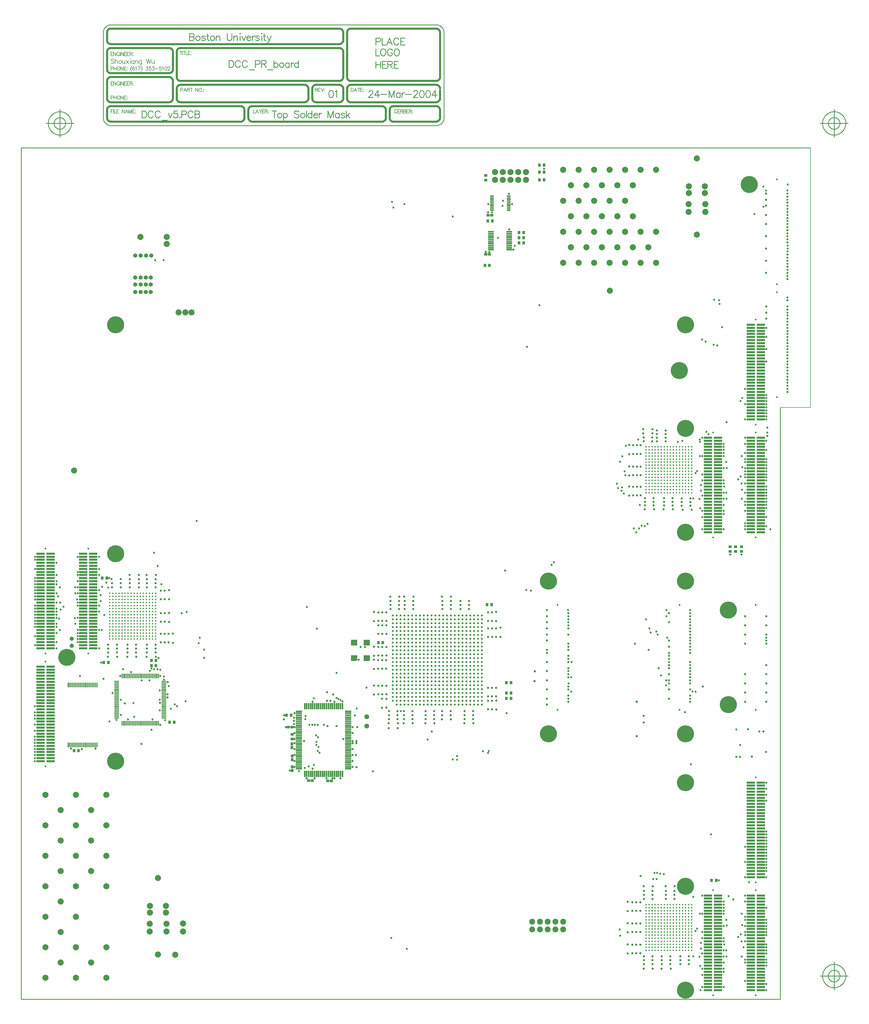
<source format=gts>
%FSLAX24Y24*%
%MOIN*%
G70*
G01*
G75*
%ADD10R,0.0787X0.0709*%
%ADD11R,0.1063X0.0236*%
%ADD12C,0.0220*%
%ADD13C,0.0220*%
%ADD14R,0.0315X0.0354*%
%ADD15C,0.0157*%
%ADD16R,0.0118X0.0591*%
%ADD17C,0.0177*%
%ADD18R,0.0118X0.0591*%
%ADD19R,0.0591X0.0118*%
%ADD20C,0.0230*%
%ADD21R,0.0591X0.0118*%
%ADD22R,0.1063X0.0236*%
%ADD23R,0.0787X0.0157*%
%ADD24R,0.0157X0.0787*%
%ADD25R,0.0354X0.0315*%
%ADD26R,0.0366X0.0291*%
%ADD27R,0.0291X0.0366*%
%ADD28R,0.0701X0.0165*%
%ADD29R,0.0701X0.0165*%
%ADD30R,0.0413X0.0177*%
%ADD31R,0.0315X0.0354*%
%ADD32C,0.0100*%
%ADD33C,0.0060*%
%ADD34C,0.0220*%
%ADD35C,0.0500*%
%ADD36C,0.0120*%
%ADD37C,0.0080*%
%ADD38C,0.0200*%
%ADD39C,0.0250*%
%ADD40C,0.0090*%
%ADD41C,0.0050*%
%ADD42C,0.0500*%
%ADD43C,0.0270*%
%ADD44C,0.0720*%
%ADD45C,0.0200*%
%ADD46C,0.2165*%
%ADD47C,0.2165*%
%ADD48C,0.0750*%
%ADD49C,0.0591*%
%ADD50C,0.0250*%
%ADD51C,0.0240*%
%ADD52C,0.0256*%
%ADD53R,0.1000X0.0420*%
%ADD54R,0.4100X0.4250*%
%ADD55R,0.0945X0.0236*%
%ADD56R,0.1063X0.1004*%
%ADD57R,0.0240X0.0800*%
%ADD58R,0.0600X0.1000*%
%ADD59R,0.0600X0.0600*%
%ADD60R,0.1004X0.1063*%
%ADD61R,0.0256X0.0531*%
%ADD62R,0.1500X0.1100*%
%ADD63R,0.1100X0.1150*%
%ADD64C,0.0400*%
%ADD65C,0.0150*%
%ADD66R,1.2992X2.7953*%
%ADD67R,0.5276X0.2087*%
%ADD68R,0.3110X0.1890*%
%ADD69R,0.0700X0.4200*%
%ADD70R,0.1200X0.0420*%
%ADD71R,0.1000X0.0500*%
%ADD72R,1.6600X1.3550*%
%ADD73R,0.1500X0.1950*%
%ADD74R,0.0950X0.0400*%
%ADD75R,0.0600X0.1250*%
%ADD76R,0.2250X0.1100*%
%ADD77R,0.3850X0.4850*%
%ADD78R,0.0500X0.1100*%
%ADD79R,0.3600X0.4000*%
%ADD80R,1.2450X0.8500*%
%ADD81R,0.1400X0.2750*%
%ADD82R,0.3110X0.1890*%
%ADD83R,0.3071X0.2047*%
%ADD84R,1.5551X1.5472*%
%ADD85R,0.1050X0.1000*%
%ADD86R,0.1000X0.1000*%
%ADD87R,1.7100X1.7400*%
%ADD88C,0.0079*%
%ADD89R,0.0827X0.0749*%
%ADD90R,0.1103X0.0276*%
%ADD91C,0.0260*%
%ADD92C,0.0260*%
%ADD93R,0.0355X0.0394*%
%ADD94C,0.0187*%
%ADD95R,0.0158X0.0631*%
%ADD96C,0.0207*%
%ADD97R,0.0158X0.0631*%
%ADD98R,0.0631X0.0158*%
%ADD99R,0.0631X0.0158*%
%ADD100R,0.1103X0.0276*%
%ADD101R,0.0827X0.0197*%
%ADD102R,0.0197X0.0827*%
%ADD103R,0.0394X0.0355*%
%ADD104R,0.0406X0.0331*%
%ADD105R,0.0331X0.0406*%
%ADD106R,0.0741X0.0205*%
%ADD107R,0.0741X0.0205*%
%ADD108R,0.0453X0.0217*%
%ADD109R,0.0355X0.0394*%
%ADD110C,0.0540*%
%ADD111C,0.0310*%
%ADD112C,0.0760*%
%ADD113C,0.0240*%
%ADD114C,0.2205*%
%ADD115C,0.2205*%
%ADD116C,0.0790*%
%ADD117C,0.0631*%
%ADD118C,0.0290*%
%ADD119C,0.0280*%
D32*
X52075Y127923D02*
X52068Y128023D01*
X52048Y128121D01*
X52015Y128216D01*
X51970Y128305D01*
X51914Y128388D01*
X51846Y128462D01*
X51770Y128527D01*
X51685Y128581D01*
X51595Y128623D01*
X51499Y128653D01*
X51400Y128669D01*
X51300Y128673D01*
X51200Y128663D01*
X51103Y128639D01*
X51009Y128603D01*
X50921Y128555D01*
X50841Y128496D01*
X50769Y128426D01*
X50707Y128347D01*
X50656Y128261D01*
X50616Y128169D01*
X50590Y128072D01*
X50577Y127973D01*
Y127873D01*
X50590Y127774D01*
X50616Y127677D01*
X50656Y127585D01*
X50707Y127499D01*
X50769Y127420D01*
X50841Y127350D01*
X50921Y127291D01*
X51009Y127243D01*
X51103Y127207D01*
X51200Y127183D01*
X51300Y127173D01*
X51400Y127177D01*
X51499Y127193D01*
X51595Y127223D01*
X51685Y127265D01*
X51770Y127319D01*
X51846Y127384D01*
X51914Y127458D01*
X51970Y127541D01*
X52015Y127630D01*
X52048Y127725D01*
X52068Y127823D01*
X52075Y127923D01*
X52825D02*
X52822Y128023D01*
X52812Y128123D01*
X52795Y128222D01*
X52772Y128319D01*
X52742Y128415D01*
X52706Y128509D01*
X52664Y128600D01*
X52616Y128687D01*
X52562Y128772D01*
X52502Y128853D01*
X52437Y128929D01*
X52368Y129001D01*
X52293Y129069D01*
X52215Y129131D01*
X52132Y129187D01*
X52046Y129238D01*
X51956Y129284D01*
X51864Y129323D01*
X51769Y129356D01*
X51673Y129382D01*
X51574Y129402D01*
X51475Y129416D01*
X51375Y129422D01*
X51275D01*
X51175Y129416D01*
X51076Y129402D01*
X50977Y129382D01*
X50881Y129356D01*
X50786Y129323D01*
X50694Y129284D01*
X50604Y129238D01*
X50518Y129187D01*
X50435Y129131D01*
X50357Y129069D01*
X50282Y129001D01*
X50213Y128929D01*
X50148Y128853D01*
X50088Y128772D01*
X50034Y128687D01*
X49986Y128600D01*
X49944Y128509D01*
X49908Y128415D01*
X49878Y128319D01*
X49855Y128222D01*
X49838Y128123D01*
X49828Y128023D01*
X49825Y127923D01*
X49828Y127823D01*
X49838Y127723D01*
X49855Y127624D01*
X49878Y127527D01*
X49908Y127431D01*
X49944Y127337D01*
X49986Y127247D01*
X50034Y127159D01*
X50088Y127074D01*
X50148Y126993D01*
X50213Y126917D01*
X50282Y126845D01*
X50357Y126778D01*
X50435Y126715D01*
X50518Y126659D01*
X50604Y126608D01*
X50694Y126562D01*
X50786Y126523D01*
X50881Y126490D01*
X50977Y126464D01*
X51076Y126444D01*
X51175Y126431D01*
X51275Y126424D01*
X51375D01*
X51475Y126431D01*
X51574Y126444D01*
X51673Y126464D01*
X51769Y126490D01*
X51864Y126523D01*
X51956Y126562D01*
X52046Y126608D01*
X52132Y126659D01*
X52215Y126715D01*
X52293Y126778D01*
X52368Y126845D01*
X52437Y126917D01*
X52502Y126993D01*
X52562Y127074D01*
X52616Y127159D01*
X52664Y127247D01*
X52706Y127337D01*
X52742Y127431D01*
X52772Y127527D01*
X52795Y127624D01*
X52812Y127723D01*
X52822Y127823D01*
X52825Y127923D01*
X152075Y127923D02*
X152068Y128023D01*
X152048Y128121D01*
X152015Y128216D01*
X151970Y128305D01*
X151914Y128388D01*
X151846Y128462D01*
X151770Y128527D01*
X151685Y128581D01*
X151595Y128623D01*
X151499Y128653D01*
X151400Y128669D01*
X151300Y128673D01*
X151200Y128663D01*
X151103Y128639D01*
X151009Y128603D01*
X150921Y128555D01*
X150841Y128496D01*
X150769Y128426D01*
X150707Y128347D01*
X150656Y128261D01*
X150617Y128169D01*
X150590Y128072D01*
X150577Y127973D01*
Y127873D01*
X150590Y127774D01*
X150617Y127677D01*
X150656Y127585D01*
X150707Y127499D01*
X150769Y127420D01*
X150841Y127350D01*
X150921Y127291D01*
X151009Y127243D01*
X151103Y127207D01*
X151200Y127183D01*
X151300Y127173D01*
X151400Y127177D01*
X151499Y127193D01*
X151595Y127223D01*
X151685Y127265D01*
X151770Y127319D01*
X151846Y127384D01*
X151914Y127458D01*
X151970Y127541D01*
X152015Y127630D01*
X152048Y127725D01*
X152068Y127823D01*
X152075Y127923D01*
X152825D02*
X152822Y128023D01*
X152812Y128123D01*
X152795Y128222D01*
X152772Y128319D01*
X152742Y128415D01*
X152706Y128509D01*
X152664Y128600D01*
X152616Y128687D01*
X152562Y128772D01*
X152502Y128853D01*
X152437Y128929D01*
X152368Y129001D01*
X152293Y129069D01*
X152215Y129131D01*
X152132Y129187D01*
X152046Y129238D01*
X151956Y129284D01*
X151864Y129323D01*
X151769Y129356D01*
X151673Y129382D01*
X151574Y129402D01*
X151475Y129416D01*
X151375Y129422D01*
X151275D01*
X151175Y129416D01*
X151076Y129402D01*
X150977Y129382D01*
X150881Y129356D01*
X150786Y129323D01*
X150694Y129284D01*
X150604Y129238D01*
X150518Y129187D01*
X150435Y129131D01*
X150357Y129069D01*
X150282Y129001D01*
X150213Y128929D01*
X150148Y128853D01*
X150088Y128772D01*
X150034Y128687D01*
X149986Y128600D01*
X149944Y128509D01*
X149908Y128415D01*
X149878Y128319D01*
X149855Y128222D01*
X149838Y128123D01*
X149828Y128023D01*
X149825Y127923D01*
X149828Y127823D01*
X149838Y127723D01*
X149855Y127624D01*
X149878Y127527D01*
X149908Y127431D01*
X149944Y127337D01*
X149986Y127247D01*
X150034Y127159D01*
X150088Y127074D01*
X150148Y126993D01*
X150213Y126917D01*
X150282Y126845D01*
X150357Y126778D01*
X150435Y126715D01*
X150518Y126659D01*
X150604Y126608D01*
X150694Y126562D01*
X150786Y126523D01*
X150881Y126490D01*
X150977Y126464D01*
X151076Y126444D01*
X151175Y126431D01*
X151275Y126424D01*
X151375D01*
X151475Y126431D01*
X151574Y126444D01*
X151673Y126464D01*
X151769Y126490D01*
X151864Y126523D01*
X151956Y126562D01*
X152046Y126608D01*
X152132Y126659D01*
X152215Y126715D01*
X152293Y126778D01*
X152368Y126845D01*
X152437Y126917D01*
X152502Y126993D01*
X152562Y127074D01*
X152616Y127159D01*
X152664Y127247D01*
X152706Y127337D01*
X152742Y127431D01*
X152772Y127527D01*
X152795Y127624D01*
X152812Y127723D01*
X152822Y127823D01*
X152825Y127923D01*
X152075Y17923D02*
X152068Y18023D01*
X152048Y18121D01*
X152015Y18216D01*
X151970Y18305D01*
X151914Y18388D01*
X151846Y18462D01*
X151770Y18527D01*
X151685Y18581D01*
X151595Y18623D01*
X151499Y18653D01*
X151400Y18669D01*
X151300Y18673D01*
X151200Y18663D01*
X151103Y18639D01*
X151009Y18603D01*
X150921Y18555D01*
X150841Y18496D01*
X150769Y18426D01*
X150707Y18347D01*
X150656Y18261D01*
X150617Y18169D01*
X150590Y18072D01*
X150577Y17973D01*
Y17873D01*
X150590Y17774D01*
X150617Y17677D01*
X150656Y17585D01*
X150707Y17499D01*
X150769Y17420D01*
X150841Y17350D01*
X150921Y17291D01*
X151009Y17243D01*
X151103Y17207D01*
X151200Y17183D01*
X151300Y17173D01*
X151400Y17177D01*
X151499Y17193D01*
X151595Y17223D01*
X151685Y17265D01*
X151770Y17319D01*
X151846Y17384D01*
X151914Y17458D01*
X151970Y17541D01*
X152015Y17630D01*
X152048Y17725D01*
X152068Y17823D01*
X152075Y17923D01*
X152825D02*
X152822Y18023D01*
X152812Y18123D01*
X152795Y18222D01*
X152772Y18319D01*
X152742Y18415D01*
X152706Y18509D01*
X152664Y18600D01*
X152616Y18687D01*
X152562Y18772D01*
X152502Y18853D01*
X152437Y18929D01*
X152368Y19001D01*
X152293Y19069D01*
X152215Y19131D01*
X152132Y19187D01*
X152046Y19238D01*
X151956Y19284D01*
X151864Y19323D01*
X151769Y19356D01*
X151673Y19382D01*
X151574Y19402D01*
X151475Y19416D01*
X151375Y19422D01*
X151275D01*
X151175Y19416D01*
X151076Y19402D01*
X150977Y19382D01*
X150881Y19356D01*
X150786Y19323D01*
X150694Y19284D01*
X150604Y19238D01*
X150518Y19187D01*
X150435Y19131D01*
X150357Y19069D01*
X150282Y19001D01*
X150213Y18929D01*
X150148Y18853D01*
X150088Y18772D01*
X150034Y18687D01*
X149986Y18600D01*
X149944Y18509D01*
X149908Y18415D01*
X149878Y18319D01*
X149855Y18222D01*
X149838Y18123D01*
X149828Y18023D01*
X149825Y17923D01*
X149828Y17823D01*
X149838Y17723D01*
X149855Y17624D01*
X149878Y17527D01*
X149908Y17431D01*
X149944Y17337D01*
X149986Y17247D01*
X150034Y17159D01*
X150088Y17074D01*
X150148Y16993D01*
X150213Y16917D01*
X150282Y16845D01*
X150357Y16778D01*
X150435Y16715D01*
X150518Y16659D01*
X150604Y16608D01*
X150694Y16562D01*
X150786Y16523D01*
X150881Y16490D01*
X150977Y16464D01*
X151076Y16444D01*
X151175Y16431D01*
X151275Y16424D01*
X151375D01*
X151475Y16431D01*
X151574Y16444D01*
X151673Y16464D01*
X151769Y16490D01*
X151864Y16523D01*
X151956Y16562D01*
X152046Y16608D01*
X152132Y16659D01*
X152215Y16715D01*
X152293Y16778D01*
X152368Y16845D01*
X152437Y16917D01*
X152502Y16993D01*
X152562Y17074D01*
X152616Y17159D01*
X152664Y17247D01*
X152706Y17337D01*
X152742Y17431D01*
X152772Y17527D01*
X152795Y17624D01*
X152812Y17723D01*
X152822Y17823D01*
X152825Y17923D01*
X51325Y126123D02*
Y129723D01*
X49525Y127923D02*
X53125D01*
X151325Y126123D02*
Y129723D01*
X149525Y127923D02*
X153125D01*
X151325Y16123D02*
Y19723D01*
X149525Y17923D02*
X153125D01*
X46325Y14923D02*
Y124766D01*
X148254D01*
X46325Y14923D02*
X144356D01*
Y91262D01*
X57929Y140636D02*
X57831Y140631D01*
X57734Y140616D01*
X57639Y140593D01*
X57547Y140560D01*
X57458Y140518D01*
X57374Y140467D01*
X57295Y140409D01*
X57222Y140343D01*
X57156Y140270D01*
X57098Y140191D01*
X57047Y140107D01*
X57005Y140018D01*
X56972Y139926D01*
X56949Y139831D01*
X56934Y139734D01*
X56929Y139636D01*
X100929D02*
X100925Y139734D01*
X100910Y139831D01*
X100886Y139926D01*
X100853Y140018D01*
X100811Y140107D01*
X100761Y140191D01*
X100702Y140270D01*
X100636Y140343D01*
X100564Y140409D01*
X100485Y140467D01*
X100401Y140518D01*
X100312Y140560D01*
X100220Y140593D01*
X100124Y140616D01*
X100027Y140631D01*
X99929Y140636D01*
Y127636D02*
X100027Y127640D01*
X100124Y127655D01*
X100220Y127679D01*
X100312Y127712D01*
X100401Y127754D01*
X100485Y127804D01*
X100564Y127863D01*
X100636Y127929D01*
X100702Y128001D01*
X100761Y128080D01*
X100811Y128164D01*
X100853Y128253D01*
X100886Y128345D01*
X100910Y128441D01*
X100925Y128538D01*
X100929Y128636D01*
X56929Y128646D02*
X56934Y128548D01*
X56948Y128451D01*
X56972Y128356D01*
X57005Y128263D01*
X57046Y128174D01*
X57096Y128090D01*
X57154Y128011D01*
X57219Y127938D01*
X57291Y127871D01*
X57369Y127812D01*
X57453Y127761D01*
X57541Y127718D01*
X57632Y127683D01*
X57727Y127658D01*
X57824Y127642D01*
X57922Y127636D01*
X56929Y128636D02*
Y139636D01*
X100929Y128636D02*
Y139636D01*
X57929Y140636D02*
X99929D01*
X57929Y127636D02*
X99929D01*
D37*
X144356Y91262D02*
X148254D01*
Y124766D01*
X58329Y136150D02*
X58272Y136207D01*
X58186Y136236D01*
X58072D01*
X57986Y136207D01*
X57929Y136150D01*
Y136093D01*
X57958Y136036D01*
X57986Y136007D01*
X58044Y135978D01*
X58215Y135921D01*
X58272Y135893D01*
X58301Y135864D01*
X58329Y135807D01*
Y135721D01*
X58272Y135664D01*
X58186Y135636D01*
X58072D01*
X57986Y135664D01*
X57929Y135721D01*
X58464Y136236D02*
Y135636D01*
Y135921D02*
X58549Y136007D01*
X58606Y136036D01*
X58692D01*
X58749Y136007D01*
X58778Y135921D01*
Y135636D01*
X59078Y136036D02*
X59021Y136007D01*
X58963Y135950D01*
X58935Y135864D01*
Y135807D01*
X58963Y135721D01*
X59021Y135664D01*
X59078Y135636D01*
X59163D01*
X59220Y135664D01*
X59278Y135721D01*
X59306Y135807D01*
Y135864D01*
X59278Y135950D01*
X59220Y136007D01*
X59163Y136036D01*
X59078D01*
X59438D02*
Y135750D01*
X59466Y135664D01*
X59523Y135636D01*
X59609D01*
X59666Y135664D01*
X59752Y135750D01*
Y136036D02*
Y135636D01*
X59909Y136036D02*
X60223Y135636D01*
Y136036D02*
X59909Y135636D01*
X60406Y136236D02*
X60435Y136207D01*
X60463Y136236D01*
X60435Y136264D01*
X60406Y136236D01*
X60435Y136036D02*
Y135636D01*
X60912Y136036D02*
Y135636D01*
Y135950D02*
X60854Y136007D01*
X60797Y136036D01*
X60712D01*
X60654Y136007D01*
X60597Y135950D01*
X60569Y135864D01*
Y135807D01*
X60597Y135721D01*
X60654Y135664D01*
X60712Y135636D01*
X60797D01*
X60854Y135664D01*
X60912Y135721D01*
X61072Y136036D02*
Y135636D01*
Y135921D02*
X61157Y136007D01*
X61214Y136036D01*
X61300D01*
X61357Y136007D01*
X61386Y135921D01*
Y135636D01*
X61886Y136036D02*
Y135578D01*
X61857Y135493D01*
X61828Y135464D01*
X61771Y135436D01*
X61686D01*
X61629Y135464D01*
X61886Y135950D02*
X61828Y136007D01*
X61771Y136036D01*
X61686D01*
X61629Y136007D01*
X61571Y135950D01*
X61543Y135864D01*
Y135807D01*
X61571Y135721D01*
X61629Y135664D01*
X61686Y135636D01*
X61771D01*
X61828Y135664D01*
X61886Y135721D01*
X62517Y136236D02*
X62660Y135636D01*
X62803Y136236D02*
X62660Y135636D01*
X62803Y136236D02*
X62945Y135636D01*
X63088Y136236D02*
X62945Y135636D01*
X63208Y136036D02*
Y135750D01*
X63237Y135664D01*
X63294Y135636D01*
X63380D01*
X63437Y135664D01*
X63522Y135750D01*
Y136036D02*
Y135636D01*
D39*
X57929Y140136D02*
X57832Y140126D01*
X57738Y140098D01*
X57652Y140051D01*
X57576Y139989D01*
X57514Y139913D01*
X57467Y139827D01*
X57439Y139733D01*
X57429Y139636D01*
Y138636D02*
X57439Y138538D01*
X57467Y138444D01*
X57514Y138358D01*
X57576Y138282D01*
X57652Y138220D01*
X57738Y138174D01*
X57832Y138145D01*
X57929Y138136D01*
X75179Y129636D02*
X75170Y129733D01*
X75141Y129827D01*
X75095Y129913D01*
X75033Y129989D01*
X74957Y130051D01*
X74871Y130098D01*
X74777Y130126D01*
X74679Y130136D01*
X74691Y128136D02*
X74788Y128144D01*
X74881Y128171D01*
X74967Y128217D01*
X75042Y128279D01*
X75103Y128355D01*
X75147Y128442D01*
X75173Y128535D01*
X75179Y128632D01*
X76179Y130136D02*
X76082Y130126D01*
X75988Y130098D01*
X75902Y130051D01*
X75826Y129989D01*
X75764Y129913D01*
X75717Y129827D01*
X75689Y129733D01*
X75679Y129636D01*
Y128636D02*
X75689Y128539D01*
X75717Y128446D01*
X75762Y128361D01*
X75823Y128285D01*
X75897Y128223D01*
X75982Y128176D01*
X76074Y128147D01*
X76171Y128136D01*
X93429Y129636D02*
X93420Y129733D01*
X93391Y129827D01*
X93345Y129913D01*
X93283Y129989D01*
X93207Y130051D01*
X93121Y130098D01*
X93027Y130126D01*
X92929Y130136D01*
X92941Y128136D02*
X93038Y128144D01*
X93131Y128171D01*
X93217Y128217D01*
X93292Y128279D01*
X93353Y128355D01*
X93397Y128442D01*
X93423Y128535D01*
X93429Y128632D01*
X93929Y128626D02*
X93939Y128529D01*
X93967Y128436D01*
X94014Y128351D01*
X94076Y128276D01*
X94152Y128215D01*
X94238Y128171D01*
X94331Y128144D01*
X94428Y128136D01*
X94429Y130136D02*
X94332Y130126D01*
X94238Y130098D01*
X94152Y130051D01*
X94076Y129989D01*
X94014Y129913D01*
X93967Y129827D01*
X93939Y129733D01*
X93929Y129636D01*
X65929Y137146D02*
X65920Y137241D01*
X65892Y137333D01*
X65847Y137418D01*
X65786Y137492D01*
X65712Y137553D01*
X65627Y137598D01*
X65535Y137626D01*
X65439Y137636D01*
X65449Y134386D02*
X65543Y134395D01*
X65633Y134422D01*
X65716Y134467D01*
X65789Y134526D01*
X65848Y134599D01*
X65893Y134682D01*
X65920Y134772D01*
X65929Y134866D01*
Y133396D02*
X65919Y133493D01*
X65890Y133587D01*
X65843Y133673D01*
X65780Y133748D01*
X65703Y133809D01*
X65615Y133853D01*
X65520Y133879D01*
X65422Y133885D01*
X66429Y133876D02*
X66439Y133780D01*
X66467Y133688D01*
X66512Y133603D01*
X66573Y133529D01*
X66647Y133468D01*
X66732Y133423D01*
X66824Y133395D01*
X66919Y133386D01*
X66429Y131126D02*
X66439Y131030D01*
X66467Y130938D01*
X66512Y130853D01*
X66573Y130779D01*
X66647Y130718D01*
X66732Y130673D01*
X66824Y130645D01*
X66919Y130636D01*
X65439D02*
X65535Y130645D01*
X65627Y130673D01*
X65712Y130718D01*
X65786Y130779D01*
X65847Y130853D01*
X65892Y130938D01*
X65920Y131030D01*
X65929Y131126D01*
X83429Y132396D02*
X83420Y132491D01*
X83392Y132583D01*
X83347Y132668D01*
X83286Y132742D01*
X83212Y132803D01*
X83127Y132848D01*
X83035Y132876D01*
X82939Y132886D01*
Y130636D02*
X83036Y130645D01*
X83129Y130674D01*
X83214Y130720D01*
X83289Y130782D01*
X83350Y130858D01*
X83394Y130944D01*
X83421Y131037D01*
X83429Y131134D01*
X83929Y131146D02*
X83939Y131047D01*
X83967Y130953D01*
X84013Y130865D01*
X84076Y130788D01*
X84151Y130725D01*
X84238Y130677D01*
X84332Y130647D01*
X84430Y130636D01*
X84409Y132886D02*
X84313Y132876D01*
X84220Y132847D01*
X84135Y132799D01*
X84061Y132736D01*
X84002Y132659D01*
X83959Y132572D01*
X83935Y132478D01*
X83930Y132381D01*
X66929Y132886D02*
X66832Y132876D01*
X66738Y132848D01*
X66652Y132801D01*
X66576Y132739D01*
X66514Y132663D01*
X66467Y132577D01*
X66439Y132483D01*
X66429Y132386D01*
X66929Y137636D02*
X66832Y137626D01*
X66738Y137598D01*
X66652Y137551D01*
X66576Y137489D01*
X66514Y137413D01*
X66467Y137327D01*
X66439Y137233D01*
X66429Y137136D01*
X57429Y131136D02*
X57439Y131039D01*
X57467Y130946D01*
X57512Y130861D01*
X57573Y130785D01*
X57647Y130723D01*
X57732Y130676D01*
X57824Y130647D01*
X57921Y130636D01*
X57929Y133886D02*
X57832Y133876D01*
X57738Y133848D01*
X57652Y133801D01*
X57576Y133739D01*
X57514Y133663D01*
X57467Y133577D01*
X57439Y133483D01*
X57429Y133386D01*
Y134886D02*
X57439Y134788D01*
X57467Y134694D01*
X57514Y134608D01*
X57576Y134532D01*
X57652Y134470D01*
X57738Y134424D01*
X57832Y134395D01*
X57929Y134386D01*
Y137636D02*
X57832Y137626D01*
X57738Y137598D01*
X57652Y137551D01*
X57576Y137489D01*
X57514Y137413D01*
X57467Y137327D01*
X57439Y137233D01*
X57429Y137136D01*
X87929Y139636D02*
X87920Y139733D01*
X87891Y139827D01*
X87845Y139913D01*
X87783Y139989D01*
X87707Y140051D01*
X87621Y140098D01*
X87527Y140126D01*
X87429Y140136D01*
X88929D02*
X88832Y140126D01*
X88738Y140098D01*
X88652Y140051D01*
X88576Y139989D01*
X88514Y139913D01*
X88467Y139827D01*
X88439Y139733D01*
X88429Y139636D01*
X87429Y138136D02*
X87527Y138145D01*
X87621Y138174D01*
X87707Y138220D01*
X87783Y138282D01*
X87845Y138358D01*
X87891Y138444D01*
X87920Y138538D01*
X87929Y138636D01*
Y137136D02*
X87920Y137233D01*
X87891Y137327D01*
X87845Y137413D01*
X87783Y137489D01*
X87707Y137551D01*
X87621Y137598D01*
X87527Y137626D01*
X87429Y137636D01*
X57929Y130136D02*
X57832Y130126D01*
X57738Y130098D01*
X57652Y130051D01*
X57576Y129989D01*
X57514Y129913D01*
X57467Y129827D01*
X57439Y129733D01*
X57429Y129636D01*
X87438Y133386D02*
X87534Y133397D01*
X87627Y133426D01*
X87712Y133473D01*
X87786Y133535D01*
X87847Y133611D01*
X87892Y133696D01*
X87920Y133789D01*
X87929Y133886D01*
X57429Y128636D02*
X57439Y128539D01*
X57467Y128446D01*
X57512Y128361D01*
X57573Y128285D01*
X57647Y128223D01*
X57732Y128176D01*
X57824Y128147D01*
X57921Y128136D01*
X87929Y132396D02*
X87920Y132491D01*
X87892Y132583D01*
X87847Y132668D01*
X87786Y132742D01*
X87712Y132803D01*
X87627Y132848D01*
X87535Y132876D01*
X87439Y132886D01*
X88429Y131126D02*
X88439Y131029D01*
X88467Y130936D01*
X88514Y130851D01*
X88576Y130776D01*
X88652Y130715D01*
X88738Y130671D01*
X88831Y130644D01*
X88928Y130636D01*
X87429Y130636D02*
X87527Y130645D01*
X87621Y130674D01*
X87707Y130720D01*
X87783Y130782D01*
X87845Y130858D01*
X87891Y130944D01*
X87920Y131038D01*
X87929Y131136D01*
X99929Y128136D02*
X100027Y128145D01*
X100121Y128174D01*
X100207Y128220D01*
X100283Y128282D01*
X100345Y128358D01*
X100391Y128444D01*
X100420Y128538D01*
X100429Y128636D01*
X100429Y129644D02*
X100418Y129741D01*
X100389Y129833D01*
X100342Y129918D01*
X100280Y129992D01*
X100204Y130053D01*
X100119Y130098D01*
X100026Y130126D01*
X99929Y130136D01*
Y130636D02*
X100027Y130645D01*
X100121Y130674D01*
X100207Y130720D01*
X100283Y130782D01*
X100345Y130858D01*
X100391Y130944D01*
X100420Y131038D01*
X100429Y131136D01*
Y139646D02*
X100419Y139743D01*
X100390Y139837D01*
X100343Y139923D01*
X100280Y139998D01*
X100203Y140059D01*
X100115Y140103D01*
X100020Y140129D01*
X99922Y140135D01*
X88429Y133886D02*
X88439Y133788D01*
X88467Y133694D01*
X88514Y133608D01*
X88576Y133532D01*
X88652Y133470D01*
X88738Y133424D01*
X88832Y133395D01*
X88929Y133386D01*
X99929D02*
X100027Y133395D01*
X100121Y133424D01*
X100207Y133470D01*
X100283Y133532D01*
X100345Y133608D01*
X100391Y133694D01*
X100420Y133788D01*
X100429Y133886D01*
X88929Y132886D02*
X88832Y132876D01*
X88738Y132848D01*
X88652Y132801D01*
X88576Y132739D01*
X88514Y132663D01*
X88467Y132577D01*
X88439Y132483D01*
X88429Y132386D01*
X100429Y132396D02*
X100420Y132491D01*
X100392Y132583D01*
X100347Y132668D01*
X100286Y132742D01*
X100212Y132803D01*
X100127Y132848D01*
X100035Y132876D01*
X99939Y132886D01*
X57429Y138636D02*
Y139636D01*
X88429Y131136D02*
Y132386D01*
X100429Y133886D02*
Y139636D01*
X88429Y133886D02*
Y139636D01*
X57429Y128636D02*
Y129636D01*
X100429Y131136D02*
Y132136D01*
Y128636D02*
Y129636D01*
X87929Y131136D02*
Y132386D01*
X83929Y131136D02*
Y132386D01*
X66429Y131136D02*
Y132386D01*
X83429Y131136D02*
Y132386D01*
X66429Y133886D02*
Y137136D01*
X87929Y133886D02*
Y137136D01*
Y138636D02*
Y139636D01*
X65929Y134886D02*
Y137136D01*
X57429Y134886D02*
Y137136D01*
X65929Y131136D02*
Y133386D01*
X57429Y131136D02*
Y133386D01*
X93929Y128636D02*
Y129636D01*
X93429Y128636D02*
Y129636D01*
X75679Y128636D02*
Y129636D01*
X75179Y128636D02*
Y129636D01*
X88929Y132886D02*
X99929D01*
X88929Y133386D02*
X99929D01*
X66929D02*
X87429D01*
X88929Y140136D02*
X99929D01*
X88929Y130636D02*
X99929D01*
X84429Y132886D02*
X87429D01*
X84429Y130636D02*
X87429D01*
X66929D02*
X82929D01*
X66929Y132886D02*
X82929D01*
X66929Y137636D02*
X87429D01*
X57929Y138136D02*
X87429D01*
X57929Y137636D02*
X65429D01*
X57929Y134386D02*
X65429D01*
X57929Y133886D02*
X65429D01*
X57929Y130636D02*
X65429D01*
X57929Y140136D02*
X87429D01*
X94429Y130136D02*
X99929D01*
X94429Y128136D02*
X99929D01*
X76179Y130136D02*
X92929D01*
X57929D02*
X74679D01*
X57929Y128136D02*
X74679D01*
X76179D02*
X92929D01*
D40*
X73179Y136035D02*
Y135136D01*
Y136035D02*
X73479D01*
X73608Y135993D01*
X73694Y135907D01*
X73736Y135821D01*
X73779Y135693D01*
Y135478D01*
X73736Y135350D01*
X73694Y135264D01*
X73608Y135178D01*
X73479Y135136D01*
X73179D01*
X74623Y135821D02*
X74580Y135907D01*
X74495Y135993D01*
X74409Y136035D01*
X74238D01*
X74152Y135993D01*
X74066Y135907D01*
X74023Y135821D01*
X73981Y135693D01*
Y135478D01*
X74023Y135350D01*
X74066Y135264D01*
X74152Y135178D01*
X74238Y135136D01*
X74409D01*
X74495Y135178D01*
X74580Y135264D01*
X74623Y135350D01*
X75519Y135821D02*
X75476Y135907D01*
X75390Y135993D01*
X75305Y136035D01*
X75133D01*
X75047Y135993D01*
X74962Y135907D01*
X74919Y135821D01*
X74876Y135693D01*
Y135478D01*
X74919Y135350D01*
X74962Y135264D01*
X75047Y135178D01*
X75133Y135136D01*
X75305D01*
X75390Y135178D01*
X75476Y135264D01*
X75519Y135350D01*
X75772Y134836D02*
X76457D01*
X76573Y135564D02*
X76959D01*
X77087Y135607D01*
X77130Y135650D01*
X77173Y135736D01*
Y135864D01*
X77130Y135950D01*
X77087Y135993D01*
X76959Y136035D01*
X76573D01*
Y135136D01*
X77374Y136035D02*
Y135136D01*
Y136035D02*
X77760D01*
X77888Y135993D01*
X77931Y135950D01*
X77974Y135864D01*
Y135778D01*
X77931Y135693D01*
X77888Y135650D01*
X77760Y135607D01*
X77374D01*
X77674D02*
X77974Y135136D01*
X78175Y134836D02*
X78861D01*
X78977Y136035D02*
Y135136D01*
Y135607D02*
X79062Y135693D01*
X79148Y135736D01*
X79277D01*
X79362Y135693D01*
X79448Y135607D01*
X79491Y135478D01*
Y135393D01*
X79448Y135264D01*
X79362Y135178D01*
X79277Y135136D01*
X79148D01*
X79062Y135178D01*
X78977Y135264D01*
X79898Y135736D02*
X79812Y135693D01*
X79727Y135607D01*
X79684Y135478D01*
Y135393D01*
X79727Y135264D01*
X79812Y135178D01*
X79898Y135136D01*
X80026D01*
X80112Y135178D01*
X80198Y135264D01*
X80241Y135393D01*
Y135478D01*
X80198Y135607D01*
X80112Y135693D01*
X80026Y135736D01*
X79898D01*
X80952D02*
Y135136D01*
Y135607D02*
X80866Y135693D01*
X80781Y135736D01*
X80652D01*
X80566Y135693D01*
X80481Y135607D01*
X80438Y135478D01*
Y135393D01*
X80481Y135264D01*
X80566Y135178D01*
X80652Y135136D01*
X80781D01*
X80866Y135178D01*
X80952Y135264D01*
X81192Y135736D02*
Y135136D01*
Y135478D02*
X81235Y135607D01*
X81320Y135693D01*
X81406Y135736D01*
X81535D01*
X82130Y136035D02*
Y135136D01*
Y135607D02*
X82045Y135693D01*
X81959Y135736D01*
X81830D01*
X81745Y135693D01*
X81659Y135607D01*
X81616Y135478D01*
Y135393D01*
X81659Y135264D01*
X81745Y135178D01*
X81830Y135136D01*
X81959D01*
X82045Y135178D01*
X82130Y135264D01*
X91222Y131946D02*
Y131989D01*
X91265Y132075D01*
X91308Y132118D01*
X91394Y132160D01*
X91565D01*
X91651Y132118D01*
X91694Y132075D01*
X91736Y131989D01*
Y131903D01*
X91694Y131818D01*
X91608Y131689D01*
X91179Y131261D01*
X91779D01*
X92409Y132160D02*
X91981Y131561D01*
X92623D01*
X92409Y132160D02*
Y131261D01*
X92782Y131646D02*
X93553D01*
X93819Y132160D02*
Y131261D01*
Y132160D02*
X94162Y131261D01*
X94504Y132160D02*
X94162Y131261D01*
X94504Y132160D02*
Y131261D01*
X95276Y131861D02*
Y131261D01*
Y131732D02*
X95190Y131818D01*
X95104Y131861D01*
X94976D01*
X94890Y131818D01*
X94804Y131732D01*
X94761Y131603D01*
Y131518D01*
X94804Y131389D01*
X94890Y131303D01*
X94976Y131261D01*
X95104D01*
X95190Y131303D01*
X95276Y131389D01*
X95516Y131861D02*
Y131261D01*
Y131603D02*
X95558Y131732D01*
X95644Y131818D01*
X95730Y131861D01*
X95858D01*
X95940Y131646D02*
X96711D01*
X97020Y131946D02*
Y131989D01*
X97062Y132075D01*
X97105Y132118D01*
X97191Y132160D01*
X97362D01*
X97448Y132118D01*
X97491Y132075D01*
X97534Y131989D01*
Y131903D01*
X97491Y131818D01*
X97405Y131689D01*
X96977Y131261D01*
X97577D01*
X98035Y132160D02*
X97906Y132118D01*
X97821Y131989D01*
X97778Y131775D01*
Y131646D01*
X97821Y131432D01*
X97906Y131303D01*
X98035Y131261D01*
X98121D01*
X98249Y131303D01*
X98335Y131432D01*
X98378Y131646D01*
Y131775D01*
X98335Y131989D01*
X98249Y132118D01*
X98121Y132160D01*
X98035D01*
X98836D02*
X98708Y132118D01*
X98622Y131989D01*
X98579Y131775D01*
Y131646D01*
X98622Y131432D01*
X98708Y131303D01*
X98836Y131261D01*
X98922D01*
X99051Y131303D01*
X99136Y131432D01*
X99179Y131646D01*
Y131775D01*
X99136Y131989D01*
X99051Y132118D01*
X98922Y132160D01*
X98836D01*
X99809D02*
X99380Y131561D01*
X100023D01*
X99809Y132160D02*
Y131261D01*
X92129Y135935D02*
Y135036D01*
X92729Y135935D02*
Y135036D01*
X92129Y135507D02*
X92729D01*
X93535Y135935D02*
X92978D01*
Y135036D01*
X93535D01*
X92978Y135507D02*
X93321D01*
X93685Y135935D02*
Y135036D01*
Y135935D02*
X94070D01*
X94199Y135893D01*
X94242Y135850D01*
X94285Y135764D01*
Y135678D01*
X94242Y135593D01*
X94199Y135550D01*
X94070Y135507D01*
X93685D01*
X93985D02*
X94285Y135036D01*
X95043Y135935D02*
X94486D01*
Y135036D01*
X95043D01*
X94486Y135507D02*
X94829D01*
X92129Y137535D02*
Y136636D01*
X92644D01*
X92999Y137535D02*
X92913Y137493D01*
X92828Y137407D01*
X92785Y137321D01*
X92742Y137193D01*
Y136978D01*
X92785Y136850D01*
X92828Y136764D01*
X92913Y136678D01*
X92999Y136636D01*
X93171D01*
X93256Y136678D01*
X93342Y136764D01*
X93385Y136850D01*
X93428Y136978D01*
Y137193D01*
X93385Y137321D01*
X93342Y137407D01*
X93256Y137493D01*
X93171Y137535D01*
X92999D01*
X94280Y137321D02*
X94237Y137407D01*
X94152Y137493D01*
X94066Y137535D01*
X93895D01*
X93809Y137493D01*
X93723Y137407D01*
X93680Y137321D01*
X93638Y137193D01*
Y136978D01*
X93680Y136850D01*
X93723Y136764D01*
X93809Y136678D01*
X93895Y136636D01*
X94066D01*
X94152Y136678D01*
X94237Y136764D01*
X94280Y136850D01*
Y136978D01*
X94066D02*
X94280D01*
X94743Y137535D02*
X94657Y137493D01*
X94572Y137407D01*
X94529Y137321D01*
X94486Y137193D01*
Y136978D01*
X94529Y136850D01*
X94572Y136764D01*
X94657Y136678D01*
X94743Y136636D01*
X94914D01*
X95000Y136678D01*
X95086Y136764D01*
X95129Y136850D01*
X95172Y136978D01*
Y137193D01*
X95129Y137321D01*
X95086Y137407D01*
X95000Y137493D01*
X94914Y137535D01*
X94743D01*
X92129Y138464D02*
X92515D01*
X92644Y138507D01*
X92686Y138550D01*
X92729Y138636D01*
Y138764D01*
X92686Y138850D01*
X92644Y138893D01*
X92515Y138935D01*
X92129D01*
Y138036D01*
X92931Y138935D02*
Y138036D01*
X93445D01*
X94229D02*
X93886Y138935D01*
X93543Y138036D01*
X93672Y138336D02*
X94100D01*
X95082Y138721D02*
X95039Y138807D01*
X94953Y138893D01*
X94867Y138935D01*
X94696D01*
X94610Y138893D01*
X94525Y138807D01*
X94482Y138721D01*
X94439Y138593D01*
Y138378D01*
X94482Y138250D01*
X94525Y138164D01*
X94610Y138078D01*
X94696Y138036D01*
X94867D01*
X94953Y138078D01*
X95039Y138164D01*
X95082Y138250D01*
X95891Y138935D02*
X95334D01*
Y138036D01*
X95891D01*
X95334Y138507D02*
X95677D01*
X86311Y132160D02*
X86183Y132118D01*
X86097Y131989D01*
X86054Y131775D01*
Y131646D01*
X86097Y131432D01*
X86183Y131303D01*
X86311Y131261D01*
X86397D01*
X86526Y131303D01*
X86611Y131432D01*
X86654Y131646D01*
Y131775D01*
X86611Y131989D01*
X86526Y132118D01*
X86397Y132160D01*
X86311D01*
X86856Y131989D02*
X86941Y132032D01*
X87070Y132160D01*
Y131261D01*
X79029Y129535D02*
Y128636D01*
X78729Y129535D02*
X79329D01*
X79651Y129235D02*
X79565Y129193D01*
X79479Y129107D01*
X79436Y128978D01*
Y128893D01*
X79479Y128764D01*
X79565Y128678D01*
X79651Y128636D01*
X79779D01*
X79865Y128678D01*
X79950Y128764D01*
X79993Y128893D01*
Y128978D01*
X79950Y129107D01*
X79865Y129193D01*
X79779Y129235D01*
X79651D01*
X80190D02*
Y128336D01*
Y129107D02*
X80276Y129193D01*
X80362Y129235D01*
X80490D01*
X80576Y129193D01*
X80662Y129107D01*
X80705Y128978D01*
Y128893D01*
X80662Y128764D01*
X80576Y128678D01*
X80490Y128636D01*
X80362D01*
X80276Y128678D01*
X80190Y128764D01*
X82204Y129407D02*
X82119Y129493D01*
X81990Y129535D01*
X81819D01*
X81690Y129493D01*
X81604Y129407D01*
Y129321D01*
X81647Y129235D01*
X81690Y129193D01*
X81776Y129150D01*
X82033Y129064D01*
X82119Y129021D01*
X82161Y128978D01*
X82204Y128893D01*
Y128764D01*
X82119Y128678D01*
X81990Y128636D01*
X81819D01*
X81690Y128678D01*
X81604Y128764D01*
X82620Y129235D02*
X82534Y129193D01*
X82449Y129107D01*
X82406Y128978D01*
Y128893D01*
X82449Y128764D01*
X82534Y128678D01*
X82620Y128636D01*
X82748D01*
X82834Y128678D01*
X82920Y128764D01*
X82963Y128893D01*
Y128978D01*
X82920Y129107D01*
X82834Y129193D01*
X82748Y129235D01*
X82620D01*
X83160Y129535D02*
Y128636D01*
X83863Y129535D02*
Y128636D01*
Y129107D02*
X83777Y129193D01*
X83691Y129235D01*
X83563D01*
X83477Y129193D01*
X83391Y129107D01*
X83348Y128978D01*
Y128893D01*
X83391Y128764D01*
X83477Y128678D01*
X83563Y128636D01*
X83691D01*
X83777Y128678D01*
X83863Y128764D01*
X84102Y128978D02*
X84617D01*
Y129064D01*
X84574Y129150D01*
X84531Y129193D01*
X84445Y129235D01*
X84317D01*
X84231Y129193D01*
X84145Y129107D01*
X84102Y128978D01*
Y128893D01*
X84145Y128764D01*
X84231Y128678D01*
X84317Y128636D01*
X84445D01*
X84531Y128678D01*
X84617Y128764D01*
X84809Y129235D02*
Y128636D01*
Y128978D02*
X84852Y129107D01*
X84938Y129193D01*
X85024Y129235D01*
X85152D01*
X85941Y129535D02*
Y128636D01*
Y129535D02*
X86283Y128636D01*
X86626Y129535D02*
X86283Y128636D01*
X86626Y129535D02*
Y128636D01*
X87397Y129235D02*
Y128636D01*
Y129107D02*
X87312Y129193D01*
X87226Y129235D01*
X87098D01*
X87012Y129193D01*
X86926Y129107D01*
X86883Y128978D01*
Y128893D01*
X86926Y128764D01*
X87012Y128678D01*
X87098Y128636D01*
X87226D01*
X87312Y128678D01*
X87397Y128764D01*
X88109Y129107D02*
X88066Y129193D01*
X87937Y129235D01*
X87809D01*
X87680Y129193D01*
X87637Y129107D01*
X87680Y129021D01*
X87766Y128978D01*
X87980Y128936D01*
X88066Y128893D01*
X88109Y128807D01*
Y128764D01*
X88066Y128678D01*
X87937Y128636D01*
X87809D01*
X87680Y128678D01*
X87637Y128764D01*
X88297Y129535D02*
Y128636D01*
X88726Y129235D02*
X88297Y128807D01*
X88469Y128978D02*
X88769Y128636D01*
X68069Y139508D02*
Y138608D01*
Y139508D02*
X68455D01*
X68583Y139465D01*
X68626Y139422D01*
X68669Y139336D01*
Y139251D01*
X68626Y139165D01*
X68583Y139122D01*
X68455Y139079D01*
X68069D02*
X68455D01*
X68583Y139037D01*
X68626Y138994D01*
X68669Y138908D01*
Y138779D01*
X68626Y138694D01*
X68583Y138651D01*
X68455Y138608D01*
X68069D01*
X69085Y139208D02*
X68999Y139165D01*
X68913Y139079D01*
X68870Y138951D01*
Y138865D01*
X68913Y138737D01*
X68999Y138651D01*
X69085Y138608D01*
X69213D01*
X69299Y138651D01*
X69385Y138737D01*
X69427Y138865D01*
Y138951D01*
X69385Y139079D01*
X69299Y139165D01*
X69213Y139208D01*
X69085D01*
X70096Y139079D02*
X70053Y139165D01*
X69924Y139208D01*
X69796D01*
X69667Y139165D01*
X69624Y139079D01*
X69667Y138994D01*
X69753Y138951D01*
X69967Y138908D01*
X70053Y138865D01*
X70096Y138779D01*
Y138737D01*
X70053Y138651D01*
X69924Y138608D01*
X69796D01*
X69667Y138651D01*
X69624Y138737D01*
X70413Y139508D02*
Y138779D01*
X70456Y138651D01*
X70541Y138608D01*
X70627D01*
X70284Y139208D02*
X70584D01*
X70970D02*
X70884Y139165D01*
X70799Y139079D01*
X70756Y138951D01*
Y138865D01*
X70799Y138737D01*
X70884Y138651D01*
X70970Y138608D01*
X71098D01*
X71184Y138651D01*
X71270Y138737D01*
X71313Y138865D01*
Y138951D01*
X71270Y139079D01*
X71184Y139165D01*
X71098Y139208D01*
X70970D01*
X71510D02*
Y138608D01*
Y139037D02*
X71638Y139165D01*
X71724Y139208D01*
X71853D01*
X71938Y139165D01*
X71981Y139037D01*
Y138608D01*
X72924Y139508D02*
Y138865D01*
X72967Y138737D01*
X73052Y138651D01*
X73181Y138608D01*
X73267D01*
X73395Y138651D01*
X73481Y138737D01*
X73524Y138865D01*
Y139508D01*
X73772Y139208D02*
Y138608D01*
Y139037D02*
X73901Y139165D01*
X73986Y139208D01*
X74115D01*
X74201Y139165D01*
X74243Y139037D01*
Y138608D01*
X74565Y139508D02*
X74608Y139465D01*
X74651Y139508D01*
X74608Y139551D01*
X74565Y139508D01*
X74608Y139208D02*
Y138608D01*
X74809Y139208D02*
X75066Y138608D01*
X75323Y139208D02*
X75066Y138608D01*
X75469Y138951D02*
X75983D01*
Y139037D01*
X75940Y139122D01*
X75897Y139165D01*
X75812Y139208D01*
X75683D01*
X75597Y139165D01*
X75512Y139079D01*
X75469Y138951D01*
Y138865D01*
X75512Y138737D01*
X75597Y138651D01*
X75683Y138608D01*
X75812D01*
X75897Y138651D01*
X75983Y138737D01*
X76176Y139208D02*
Y138608D01*
Y138951D02*
X76219Y139079D01*
X76304Y139165D01*
X76390Y139208D01*
X76519D01*
X77071Y139079D02*
X77029Y139165D01*
X76900Y139208D01*
X76772D01*
X76643Y139165D01*
X76600Y139079D01*
X76643Y138994D01*
X76729Y138951D01*
X76943Y138908D01*
X77029Y138865D01*
X77071Y138779D01*
Y138737D01*
X77029Y138651D01*
X76900Y138608D01*
X76772D01*
X76643Y138651D01*
X76600Y138737D01*
X77346Y139508D02*
X77389Y139465D01*
X77431Y139508D01*
X77389Y139551D01*
X77346Y139508D01*
X77389Y139208D02*
Y138608D01*
X77718Y139508D02*
Y138779D01*
X77761Y138651D01*
X77847Y138608D01*
X77933D01*
X77590Y139208D02*
X77890D01*
X78104D02*
X78361Y138608D01*
X78618Y139208D02*
X78361Y138608D01*
X78275Y138437D01*
X78190Y138351D01*
X78104Y138308D01*
X78061D01*
X61929Y129535D02*
Y128636D01*
Y129535D02*
X62229D01*
X62358Y129493D01*
X62444Y129407D01*
X62486Y129321D01*
X62529Y129193D01*
Y128978D01*
X62486Y128850D01*
X62444Y128764D01*
X62358Y128678D01*
X62229Y128636D01*
X61929D01*
X63373Y129321D02*
X63330Y129407D01*
X63245Y129493D01*
X63159Y129535D01*
X62988D01*
X62902Y129493D01*
X62816Y129407D01*
X62773Y129321D01*
X62731Y129193D01*
Y128978D01*
X62773Y128850D01*
X62816Y128764D01*
X62902Y128678D01*
X62988Y128636D01*
X63159D01*
X63245Y128678D01*
X63330Y128764D01*
X63373Y128850D01*
X64269Y129321D02*
X64226Y129407D01*
X64140Y129493D01*
X64055Y129535D01*
X63883D01*
X63797Y129493D01*
X63712Y129407D01*
X63669Y129321D01*
X63626Y129193D01*
Y128978D01*
X63669Y128850D01*
X63712Y128764D01*
X63797Y128678D01*
X63883Y128636D01*
X64055D01*
X64140Y128678D01*
X64226Y128764D01*
X64269Y128850D01*
X64522Y128336D02*
X65207D01*
X65323Y129235D02*
X65580Y128636D01*
X65837Y129235D02*
X65580Y128636D01*
X66497Y129535D02*
X66068D01*
X66026Y129150D01*
X66068Y129193D01*
X66197Y129235D01*
X66326D01*
X66454Y129193D01*
X66540Y129107D01*
X66583Y128978D01*
Y128893D01*
X66540Y128764D01*
X66454Y128678D01*
X66326Y128636D01*
X66197D01*
X66068Y128678D01*
X66026Y128721D01*
X65983Y128807D01*
X66827Y128721D02*
X66784Y128678D01*
X66827Y128636D01*
X66870Y128678D01*
X66827Y128721D01*
X67067Y129064D02*
X67452D01*
X67581Y129107D01*
X67624Y129150D01*
X67667Y129235D01*
Y129364D01*
X67624Y129450D01*
X67581Y129493D01*
X67452Y129535D01*
X67067D01*
Y128636D01*
X68511Y129321D02*
X68468Y129407D01*
X68382Y129493D01*
X68297Y129535D01*
X68125D01*
X68039Y129493D01*
X67954Y129407D01*
X67911Y129321D01*
X67868Y129193D01*
Y128978D01*
X67911Y128850D01*
X67954Y128764D01*
X68039Y128678D01*
X68125Y128636D01*
X68297D01*
X68382Y128678D01*
X68468Y128764D01*
X68511Y128850D01*
X68764Y129535D02*
Y128636D01*
Y129535D02*
X69149D01*
X69278Y129493D01*
X69321Y129450D01*
X69363Y129364D01*
Y129278D01*
X69321Y129193D01*
X69278Y129150D01*
X69149Y129107D01*
X68764D02*
X69149D01*
X69278Y129064D01*
X69321Y129021D01*
X69363Y128936D01*
Y128807D01*
X69321Y128721D01*
X69278Y128678D01*
X69149Y128636D01*
X68764D01*
D41*
X88929Y132461D02*
Y132011D01*
Y132461D02*
X89079D01*
X89144Y132439D01*
X89186Y132396D01*
X89208Y132353D01*
X89229Y132289D01*
Y132182D01*
X89208Y132118D01*
X89186Y132075D01*
X89144Y132032D01*
X89079Y132011D01*
X88929D01*
X89673D02*
X89501Y132461D01*
X89330Y132011D01*
X89394Y132161D02*
X89608D01*
X89928Y132461D02*
Y132011D01*
X89778Y132461D02*
X90078D01*
X90410D02*
X90131D01*
Y132011D01*
X90410D01*
X90131Y132246D02*
X90303D01*
X90506Y132311D02*
X90485Y132289D01*
X90506Y132268D01*
X90528Y132289D01*
X90506Y132311D01*
Y132053D02*
X90485Y132032D01*
X90506Y132011D01*
X90528Y132032D01*
X90506Y132053D01*
X84304Y132461D02*
Y132011D01*
Y132461D02*
X84497D01*
X84561Y132439D01*
X84583Y132418D01*
X84604Y132375D01*
Y132332D01*
X84583Y132289D01*
X84561Y132268D01*
X84497Y132246D01*
X84304D01*
X84454D02*
X84604Y132011D01*
X84983Y132461D02*
X84705D01*
Y132011D01*
X84983D01*
X84705Y132246D02*
X84876D01*
X85058Y132461D02*
X85230Y132011D01*
X85401Y132461D02*
X85230Y132011D01*
X85481Y132311D02*
X85459Y132289D01*
X85481Y132268D01*
X85502Y132289D01*
X85481Y132311D01*
Y132053D02*
X85459Y132032D01*
X85481Y132011D01*
X85502Y132032D01*
X85481Y132053D01*
X57929Y134975D02*
X58122D01*
X58186Y134996D01*
X58208Y135018D01*
X58229Y135061D01*
Y135125D01*
X58208Y135168D01*
X58186Y135189D01*
X58122Y135211D01*
X57929D01*
Y134761D01*
X58330Y135211D02*
Y134761D01*
X58630Y135211D02*
Y134761D01*
X58330Y134996D02*
X58630D01*
X58883Y135211D02*
X58840Y135189D01*
X58797Y135146D01*
X58776Y135103D01*
X58754Y135039D01*
Y134932D01*
X58776Y134868D01*
X58797Y134825D01*
X58840Y134782D01*
X58883Y134761D01*
X58968D01*
X59011Y134782D01*
X59054Y134825D01*
X59076Y134868D01*
X59097Y134932D01*
Y135039D01*
X59076Y135103D01*
X59054Y135146D01*
X59011Y135189D01*
X58968Y135211D01*
X58883D01*
X59202D02*
Y134761D01*
Y135211D02*
X59502Y134761D01*
Y135211D02*
Y134761D01*
X59905Y135211D02*
X59626D01*
Y134761D01*
X59905D01*
X59626Y134996D02*
X59798D01*
X60001Y135061D02*
X59980Y135039D01*
X60001Y135018D01*
X60022Y135039D01*
X60001Y135061D01*
Y134803D02*
X59980Y134782D01*
X60001Y134761D01*
X60022Y134782D01*
X60001Y134803D01*
X60624Y135296D02*
X60582Y135253D01*
X60539Y135189D01*
X60496Y135103D01*
X60475Y134996D01*
Y134911D01*
X60496Y134803D01*
X60539Y134718D01*
X60582Y134654D01*
X60624Y134611D01*
X60582Y135253D02*
X60539Y135168D01*
X60517Y135103D01*
X60496Y134996D01*
Y134911D01*
X60517Y134803D01*
X60539Y134739D01*
X60582Y134654D01*
X60967Y135146D02*
X60946Y135189D01*
X60882Y135211D01*
X60839D01*
X60774Y135189D01*
X60732Y135125D01*
X60710Y135018D01*
Y134911D01*
X60732Y134825D01*
X60774Y134782D01*
X60839Y134761D01*
X60860D01*
X60924Y134782D01*
X60967Y134825D01*
X60989Y134889D01*
Y134911D01*
X60967Y134975D01*
X60924Y135018D01*
X60860Y135039D01*
X60839D01*
X60774Y135018D01*
X60732Y134975D01*
X60710Y134911D01*
X61087Y135125D02*
X61130Y135146D01*
X61194Y135211D01*
Y134761D01*
X61717Y135211D02*
X61503Y134761D01*
X61417Y135211D02*
X61717D01*
X61818Y135296D02*
X61861Y135253D01*
X61903Y135189D01*
X61946Y135103D01*
X61968Y134996D01*
Y134911D01*
X61946Y134803D01*
X61903Y134718D01*
X61861Y134654D01*
X61818Y134611D01*
X61861Y135253D02*
X61903Y135168D01*
X61925Y135103D01*
X61946Y134996D01*
Y134911D01*
X61925Y134803D01*
X61903Y134739D01*
X61861Y134654D01*
X62473Y135211D02*
X62709D01*
X62580Y135039D01*
X62645D01*
X62688Y135018D01*
X62709Y134996D01*
X62730Y134932D01*
Y134889D01*
X62709Y134825D01*
X62666Y134782D01*
X62602Y134761D01*
X62538D01*
X62473Y134782D01*
X62452Y134803D01*
X62431Y134846D01*
X63088Y135211D02*
X62874D01*
X62853Y135018D01*
X62874Y135039D01*
X62938Y135061D01*
X63003D01*
X63067Y135039D01*
X63110Y134996D01*
X63131Y134932D01*
Y134889D01*
X63110Y134825D01*
X63067Y134782D01*
X63003Y134761D01*
X62938D01*
X62874Y134782D01*
X62853Y134803D01*
X62831Y134846D01*
X63275Y135211D02*
X63510D01*
X63382Y135039D01*
X63446D01*
X63489Y135018D01*
X63510Y134996D01*
X63532Y134932D01*
Y134889D01*
X63510Y134825D01*
X63467Y134782D01*
X63403Y134761D01*
X63339D01*
X63275Y134782D01*
X63253Y134803D01*
X63232Y134846D01*
X63632Y134953D02*
X64018D01*
X64408Y135211D02*
X64194D01*
X64172Y135018D01*
X64194Y135039D01*
X64258Y135061D01*
X64322D01*
X64387Y135039D01*
X64429Y134996D01*
X64451Y134932D01*
Y134889D01*
X64429Y134825D01*
X64387Y134782D01*
X64322Y134761D01*
X64258D01*
X64194Y134782D01*
X64172Y134803D01*
X64151Y134846D01*
X64551Y135125D02*
X64594Y135146D01*
X64659Y135211D01*
Y134761D01*
X65010Y135211D02*
X64946Y135189D01*
X64903Y135125D01*
X64881Y135018D01*
Y134953D01*
X64903Y134846D01*
X64946Y134782D01*
X65010Y134761D01*
X65053D01*
X65117Y134782D01*
X65160Y134846D01*
X65181Y134953D01*
Y135018D01*
X65160Y135125D01*
X65117Y135189D01*
X65053Y135211D01*
X65010D01*
X65303Y135103D02*
Y135125D01*
X65325Y135168D01*
X65346Y135189D01*
X65389Y135211D01*
X65475D01*
X65518Y135189D01*
X65539Y135168D01*
X65561Y135125D01*
Y135082D01*
X65539Y135039D01*
X65496Y134975D01*
X65282Y134761D01*
X65582D01*
X57929Y131225D02*
X58122D01*
X58186Y131246D01*
X58208Y131268D01*
X58229Y131311D01*
Y131375D01*
X58208Y131418D01*
X58186Y131439D01*
X58122Y131461D01*
X57929D01*
Y131011D01*
X58330Y131461D02*
Y131011D01*
X58630Y131461D02*
Y131011D01*
X58330Y131246D02*
X58630D01*
X58883Y131461D02*
X58840Y131439D01*
X58797Y131396D01*
X58776Y131353D01*
X58754Y131289D01*
Y131182D01*
X58776Y131118D01*
X58797Y131075D01*
X58840Y131032D01*
X58883Y131011D01*
X58968D01*
X59011Y131032D01*
X59054Y131075D01*
X59076Y131118D01*
X59097Y131182D01*
Y131289D01*
X59076Y131353D01*
X59054Y131396D01*
X59011Y131439D01*
X58968Y131461D01*
X58883D01*
X59202D02*
Y131011D01*
Y131461D02*
X59502Y131011D01*
Y131461D02*
Y131011D01*
X59905Y131461D02*
X59626D01*
Y131011D01*
X59905D01*
X59626Y131246D02*
X59798D01*
X60001Y131311D02*
X59980Y131289D01*
X60001Y131268D01*
X60022Y131289D01*
X60001Y131311D01*
Y131053D02*
X59980Y131032D01*
X60001Y131011D01*
X60022Y131032D01*
X60001Y131053D01*
X76329Y129686D02*
Y129236D01*
X76586D01*
X76978D02*
X76807Y129686D01*
X76636Y129236D01*
X76700Y129386D02*
X76914D01*
X77083Y129686D02*
X77255Y129471D01*
Y129236D01*
X77426Y129686D02*
X77255Y129471D01*
X77763Y129686D02*
X77484D01*
Y129236D01*
X77763D01*
X77484Y129471D02*
X77655D01*
X77838Y129686D02*
Y129236D01*
Y129686D02*
X78030D01*
X78095Y129664D01*
X78116Y129643D01*
X78138Y129600D01*
Y129557D01*
X78116Y129514D01*
X78095Y129493D01*
X78030Y129471D01*
X77838D01*
X77988D02*
X78138Y129236D01*
X78260Y129536D02*
X78238Y129514D01*
X78260Y129493D01*
X78281Y129514D01*
X78260Y129536D01*
Y129278D02*
X78238Y129257D01*
X78260Y129236D01*
X78281Y129257D01*
X78260Y129278D01*
X58208Y137086D02*
X57929D01*
Y136636D01*
X58208D01*
X57929Y136871D02*
X58101D01*
X58283Y137086D02*
Y136636D01*
Y137086D02*
X58583Y136636D01*
Y137086D02*
Y136636D01*
X59028Y136978D02*
X59007Y137021D01*
X58964Y137064D01*
X58921Y137086D01*
X58836D01*
X58793Y137064D01*
X58750Y137021D01*
X58728Y136978D01*
X58707Y136914D01*
Y136807D01*
X58728Y136743D01*
X58750Y136700D01*
X58793Y136657D01*
X58836Y136636D01*
X58921D01*
X58964Y136657D01*
X59007Y136700D01*
X59028Y136743D01*
Y136807D01*
X58921D02*
X59028D01*
X59131Y137086D02*
Y136636D01*
X59225Y137086D02*
Y136636D01*
Y137086D02*
X59525Y136636D01*
Y137086D02*
Y136636D01*
X59928Y137086D02*
X59650D01*
Y136636D01*
X59928D01*
X59650Y136871D02*
X59821D01*
X60282Y137086D02*
X60003D01*
Y136636D01*
X60282D01*
X60003Y136871D02*
X60175D01*
X60357Y137086D02*
Y136636D01*
Y137086D02*
X60549D01*
X60614Y137064D01*
X60635Y137043D01*
X60657Y137000D01*
Y136957D01*
X60635Y136914D01*
X60614Y136893D01*
X60549Y136871D01*
X60357D01*
X60507D02*
X60657Y136636D01*
X60779Y136936D02*
X60757Y136914D01*
X60779Y136893D01*
X60800Y136914D01*
X60779Y136936D01*
Y136678D02*
X60757Y136657D01*
X60779Y136636D01*
X60800Y136657D01*
X60779Y136678D01*
X66929Y132225D02*
X67122D01*
X67186Y132246D01*
X67208Y132268D01*
X67229Y132311D01*
Y132375D01*
X67208Y132418D01*
X67186Y132439D01*
X67122Y132461D01*
X66929D01*
Y132011D01*
X67673D02*
X67501Y132461D01*
X67330Y132011D01*
X67394Y132161D02*
X67608D01*
X67778Y132461D02*
Y132011D01*
Y132461D02*
X67971D01*
X68035Y132439D01*
X68056Y132418D01*
X68078Y132375D01*
Y132332D01*
X68056Y132289D01*
X68035Y132268D01*
X67971Y132246D01*
X67778D01*
X67928D02*
X68078Y132011D01*
X68328Y132461D02*
Y132011D01*
X68178Y132461D02*
X68478D01*
X68885D02*
Y132011D01*
Y132461D02*
X69185Y132011D01*
Y132461D02*
Y132011D01*
X69438Y132461D02*
X69395Y132439D01*
X69352Y132396D01*
X69331Y132353D01*
X69310Y132289D01*
Y132182D01*
X69331Y132118D01*
X69352Y132075D01*
X69395Y132032D01*
X69438Y132011D01*
X69524D01*
X69567Y132032D01*
X69609Y132075D01*
X69631Y132118D01*
X69652Y132182D01*
Y132289D01*
X69631Y132353D01*
X69609Y132396D01*
X69567Y132439D01*
X69524Y132461D01*
X69438D01*
X69779Y132053D02*
X69757Y132032D01*
X69779Y132011D01*
X69800Y132032D01*
X69779Y132053D01*
X69920Y132311D02*
X69899Y132289D01*
X69920Y132268D01*
X69942Y132289D01*
X69920Y132311D01*
Y132053D02*
X69899Y132032D01*
X69920Y132011D01*
X69942Y132032D01*
X69920Y132053D01*
X66954Y137211D02*
Y136761D01*
X66804Y137211D02*
X67104D01*
X67158D02*
Y136761D01*
X67402Y137211D02*
Y136761D01*
X67252Y137211D02*
X67552D01*
X67606D02*
Y136761D01*
X67863D01*
X68190Y137211D02*
X67912D01*
Y136761D01*
X68190D01*
X67912Y136996D02*
X68083D01*
X68287Y137061D02*
X68265Y137039D01*
X68287Y137018D01*
X68308Y137039D01*
X68287Y137061D01*
Y136803D02*
X68265Y136782D01*
X68287Y136761D01*
X68308Y136782D01*
X68287Y136803D01*
X58208Y133286D02*
X57929D01*
Y132836D01*
X58208D01*
X57929Y133071D02*
X58101D01*
X58283Y133286D02*
Y132836D01*
Y133286D02*
X58583Y132836D01*
Y133286D02*
Y132836D01*
X59028Y133178D02*
X59007Y133221D01*
X58964Y133264D01*
X58921Y133286D01*
X58836D01*
X58793Y133264D01*
X58750Y133221D01*
X58728Y133178D01*
X58707Y133114D01*
Y133007D01*
X58728Y132943D01*
X58750Y132900D01*
X58793Y132857D01*
X58836Y132836D01*
X58921D01*
X58964Y132857D01*
X59007Y132900D01*
X59028Y132943D01*
Y133007D01*
X58921D02*
X59028D01*
X59131Y133286D02*
Y132836D01*
X59225Y133286D02*
Y132836D01*
Y133286D02*
X59525Y132836D01*
Y133286D02*
Y132836D01*
X59928Y133286D02*
X59650D01*
Y132836D01*
X59928D01*
X59650Y133071D02*
X59821D01*
X60282Y133286D02*
X60003D01*
Y132836D01*
X60282D01*
X60003Y133071D02*
X60175D01*
X60357Y133286D02*
Y132836D01*
Y133286D02*
X60549D01*
X60614Y133264D01*
X60635Y133243D01*
X60657Y133200D01*
Y133157D01*
X60635Y133114D01*
X60614Y133093D01*
X60549Y133071D01*
X60357D01*
X60507D02*
X60657Y132836D01*
X60779Y133136D02*
X60757Y133114D01*
X60779Y133093D01*
X60800Y133114D01*
X60779Y133136D01*
Y132878D02*
X60757Y132857D01*
X60779Y132836D01*
X60800Y132857D01*
X60779Y132878D01*
X57929Y129686D02*
Y129236D01*
Y129686D02*
X58208D01*
X57929Y129471D02*
X58101D01*
X58259Y129686D02*
Y129236D01*
X58354Y129686D02*
Y129236D01*
X58611D01*
X58938Y129686D02*
X58660D01*
Y129236D01*
X58938D01*
X58660Y129471D02*
X58831D01*
X59367Y129686D02*
Y129236D01*
Y129686D02*
X59667Y129236D01*
Y129686D02*
Y129236D01*
X60134D02*
X59962Y129686D01*
X59791Y129236D01*
X59855Y129386D02*
X60070D01*
X60239Y129686D02*
Y129236D01*
Y129686D02*
X60410Y129236D01*
X60582Y129686D02*
X60410Y129236D01*
X60582Y129686D02*
Y129236D01*
X60989Y129686D02*
X60710D01*
Y129236D01*
X60989D01*
X60710Y129471D02*
X60882D01*
X61085Y129536D02*
X61064Y129514D01*
X61085Y129493D01*
X61107Y129514D01*
X61085Y129536D01*
Y129278D02*
X61064Y129257D01*
X61085Y129236D01*
X61107Y129257D01*
X61085Y129278D01*
X94851Y129578D02*
X94829Y129621D01*
X94786Y129664D01*
X94744Y129686D01*
X94658D01*
X94615Y129664D01*
X94572Y129621D01*
X94551Y129578D01*
X94529Y129514D01*
Y129407D01*
X94551Y129343D01*
X94572Y129300D01*
X94615Y129257D01*
X94658Y129236D01*
X94744D01*
X94786Y129257D01*
X94829Y129300D01*
X94851Y129343D01*
Y129407D01*
X94744D02*
X94851D01*
X95232Y129686D02*
X94954D01*
Y129236D01*
X95232D01*
X94954Y129471D02*
X95125D01*
X95307Y129686D02*
Y129236D01*
Y129686D02*
X95500D01*
X95564Y129664D01*
X95586Y129643D01*
X95607Y129600D01*
Y129557D01*
X95586Y129514D01*
X95564Y129493D01*
X95500Y129471D01*
X95307D01*
X95457D02*
X95607Y129236D01*
X95708Y129686D02*
Y129236D01*
Y129686D02*
X95900D01*
X95965Y129664D01*
X95986Y129643D01*
X96008Y129600D01*
Y129557D01*
X95986Y129514D01*
X95965Y129493D01*
X95900Y129471D01*
X95708D02*
X95900D01*
X95965Y129450D01*
X95986Y129428D01*
X96008Y129386D01*
Y129321D01*
X95986Y129278D01*
X95965Y129257D01*
X95900Y129236D01*
X95708D01*
X96387Y129686D02*
X96108D01*
Y129236D01*
X96387D01*
X96108Y129471D02*
X96280D01*
X96462Y129686D02*
Y129236D01*
Y129686D02*
X96655D01*
X96719Y129664D01*
X96740Y129643D01*
X96762Y129600D01*
Y129557D01*
X96740Y129514D01*
X96719Y129493D01*
X96655Y129471D01*
X96462D01*
X96612D02*
X96762Y129236D01*
X96884Y129536D02*
X96862Y129514D01*
X96884Y129493D01*
X96905Y129514D01*
X96884Y129536D01*
Y129278D02*
X96862Y129257D01*
X96884Y129236D01*
X96905Y129257D01*
X96884Y129278D01*
D43*
X126246Y78703D02*
D03*
X56955Y56262D02*
D03*
X57742Y50750D02*
D03*
X64435Y68466D02*
D03*
X139829Y87364D02*
D03*
Y86577D02*
D03*
X142585Y85789D02*
D03*
X139829Y84214D02*
D03*
X142585Y83427D02*
D03*
Y82640D02*
D03*
X139829Y82246D02*
D03*
Y81458D02*
D03*
X142585Y80671D02*
D03*
X139829Y79096D02*
D03*
X142585Y78309D02*
D03*
X139829Y76340D02*
D03*
X142585Y75947D02*
D03*
X134317Y85002D02*
D03*
X137073Y85789D02*
D03*
Y83427D02*
D03*
X134317Y82640D02*
D03*
Y81852D02*
D03*
X137073Y81458D02*
D03*
X134317Y79884D02*
D03*
X137073Y79490D02*
D03*
X134317Y77915D02*
D03*
Y77128D02*
D03*
X137073Y77521D02*
D03*
X134317Y75553D02*
D03*
X139829Y28309D02*
D03*
Y27521D02*
D03*
X142585Y26734D02*
D03*
X139829Y25159D02*
D03*
X142585Y24372D02*
D03*
Y23584D02*
D03*
X139829Y23191D02*
D03*
Y22403D02*
D03*
X142585Y21616D02*
D03*
X139829Y20041D02*
D03*
X142585Y19254D02*
D03*
X139829Y17285D02*
D03*
X142585Y16892D02*
D03*
X134317Y25947D02*
D03*
X137073Y26734D02*
D03*
Y24372D02*
D03*
X134317Y23584D02*
D03*
Y22797D02*
D03*
X137073Y22403D02*
D03*
X134317Y20829D02*
D03*
X137073Y20435D02*
D03*
X134317Y18860D02*
D03*
Y18073D02*
D03*
X137073Y18466D02*
D03*
X134317Y16498D02*
D03*
X48097Y45632D02*
D03*
Y46419D02*
D03*
Y47207D02*
D03*
Y47994D02*
D03*
Y48781D02*
D03*
Y49569D02*
D03*
Y50356D02*
D03*
Y51143D02*
D03*
Y51931D02*
D03*
Y52718D02*
D03*
X50892Y60199D02*
D03*
X48136Y60592D02*
D03*
X50892Y60986D02*
D03*
X48136Y61773D02*
D03*
X50892Y62167D02*
D03*
Y63348D02*
D03*
Y64529D02*
D03*
X48136Y62955D02*
D03*
Y64136D02*
D03*
Y64923D02*
D03*
X50892Y65317D02*
D03*
Y66104D02*
D03*
X48136Y65710D02*
D03*
Y66892D02*
D03*
X50892Y67285D02*
D03*
Y68466D02*
D03*
X48136Y69254D02*
D03*
Y70435D02*
D03*
X50892Y69647D02*
D03*
Y71222D02*
D03*
X48136Y71616D02*
D03*
X56404Y62561D02*
D03*
X53648Y61773D02*
D03*
Y64136D02*
D03*
X56404Y64923D02*
D03*
Y65710D02*
D03*
X53648Y66104D02*
D03*
X56404Y67679D02*
D03*
X53648Y68073D02*
D03*
X56404Y69647D02*
D03*
Y70435D02*
D03*
X53648Y70041D02*
D03*
X56404Y72010D02*
D03*
X48136Y68073D02*
D03*
X142585Y79490D02*
D03*
Y77128D02*
D03*
X139829Y77915D02*
D03*
X142585Y81852D02*
D03*
X139829Y83033D02*
D03*
Y85395D02*
D03*
X142585Y84608D02*
D03*
Y86970D02*
D03*
X139829Y80277D02*
D03*
X134081Y16104D02*
D03*
X123975Y84973D02*
D03*
X136225Y99273D02*
D03*
X135775Y99373D02*
D03*
X134725Y99773D02*
D03*
X134275Y100023D02*
D03*
X136875Y101623D02*
D03*
X108825Y70223D02*
D03*
X145308Y103506D02*
D03*
X136525Y104623D02*
D03*
X136468Y105081D02*
D03*
X135825Y105173D02*
D03*
X145318Y108230D02*
D03*
X145306Y110592D02*
D03*
X145318Y111380D02*
D03*
X145325Y111773D02*
D03*
X145319Y112167D02*
D03*
X145306Y112955D02*
D03*
X141025Y116223D02*
D03*
X123675Y84273D02*
D03*
X124275Y83033D02*
D03*
X124358Y82523D02*
D03*
X111575Y67723D02*
D03*
X123275Y81423D02*
D03*
X112175Y67623D02*
D03*
X123425Y80873D02*
D03*
X123925Y80973D02*
D03*
X123875Y80523D02*
D03*
X124175Y80173D02*
D03*
X125475Y75673D02*
D03*
X125775Y75173D02*
D03*
X126125Y75673D02*
D03*
X126475Y76023D02*
D03*
X126875Y75973D02*
D03*
X127225Y76273D02*
D03*
X132742Y57246D02*
D03*
X132722Y61970D02*
D03*
X117016Y64332D02*
D03*
X116997Y63545D02*
D03*
X117003Y63151D02*
D03*
X132740Y62758D02*
D03*
X128522Y61970D02*
D03*
X129779Y61577D02*
D03*
X125609Y60789D02*
D03*
X127354Y60002D02*
D03*
X127041Y63939D02*
D03*
X127460Y62758D02*
D03*
X127625Y62223D02*
D03*
X128366Y62364D02*
D03*
X116997Y60395D02*
D03*
X117425Y58423D02*
D03*
X117002Y57246D02*
D03*
X117375Y56473D02*
D03*
X117023Y55671D02*
D03*
X117014Y54884D02*
D03*
X117375Y54623D02*
D03*
X133025D02*
D03*
X117005Y53703D02*
D03*
X109025Y51823D02*
D03*
X102075Y45873D02*
D03*
X102625Y45823D02*
D03*
X84525Y62723D02*
D03*
X69975Y58973D02*
D03*
X59514Y57482D02*
D03*
X53923Y56616D02*
D03*
X134120Y81262D02*
D03*
X134002Y85002D02*
D03*
X134317Y87364D02*
D03*
X137073Y86577D02*
D03*
Y86183D02*
D03*
Y85395D02*
D03*
Y85002D02*
D03*
X137073Y75553D02*
D03*
X137073Y77915D02*
D03*
X137073Y78703D02*
D03*
X139829D02*
D03*
X142585Y78703D02*
D03*
X137427Y79490D02*
D03*
X142585Y79096D02*
D03*
Y79884D02*
D03*
X139829Y84608D02*
D03*
X137073Y80277D02*
D03*
X137388D02*
D03*
X142585D02*
D03*
X139356Y81458D02*
D03*
X142585Y81065D02*
D03*
Y83821D02*
D03*
X137388Y84214D02*
D03*
X142585D02*
D03*
X139829Y83427D02*
D03*
X139829Y82640D02*
D03*
X142585Y83033D02*
D03*
Y82246D02*
D03*
X137467Y83466D02*
D03*
X139396Y85002D02*
D03*
X139435Y80671D02*
D03*
X139396Y79490D02*
D03*
X138923Y82010D02*
D03*
X137073Y81852D02*
D03*
X139475Y83545D02*
D03*
X139278Y82364D02*
D03*
X133648Y83073D02*
D03*
X133451Y82797D02*
D03*
X134042Y78269D02*
D03*
X133136Y79529D02*
D03*
X133923Y79451D02*
D03*
X134120Y80514D02*
D03*
X137152Y81065D02*
D03*
X134120Y22206D02*
D03*
X134002Y25947D02*
D03*
X134317Y28309D02*
D03*
X137073Y27521D02*
D03*
Y27128D02*
D03*
Y26340D02*
D03*
Y25947D02*
D03*
X137073Y16498D02*
D03*
X137073Y18860D02*
D03*
X137073Y19647D02*
D03*
X139829D02*
D03*
X142585Y19647D02*
D03*
X137427Y20435D02*
D03*
X142585Y20041D02*
D03*
Y20829D02*
D03*
X139829Y25553D02*
D03*
X137073Y21222D02*
D03*
X137388D02*
D03*
X142585D02*
D03*
X139356Y22403D02*
D03*
X142585Y22010D02*
D03*
Y24766D02*
D03*
X137388Y25159D02*
D03*
X142585D02*
D03*
X139829Y24372D02*
D03*
X139829Y23584D02*
D03*
X142585Y23978D02*
D03*
Y23191D02*
D03*
X137467Y24411D02*
D03*
X139396Y25947D02*
D03*
X139632Y21616D02*
D03*
X139396Y20435D02*
D03*
X138923Y22955D02*
D03*
X137073Y22797D02*
D03*
X139475Y24490D02*
D03*
X139278Y23309D02*
D03*
X133648Y24018D02*
D03*
X133451Y23742D02*
D03*
X134042Y19214D02*
D03*
X133136Y20474D02*
D03*
X133923Y20395D02*
D03*
X134120Y21458D02*
D03*
X137152Y22010D02*
D03*
X56601Y66301D02*
D03*
X56719Y62561D02*
D03*
X142585Y42876D02*
D03*
Y42088D02*
D03*
Y40514D02*
D03*
Y41301D02*
D03*
Y36577D02*
D03*
Y34608D02*
D03*
Y32640D02*
D03*
Y30671D02*
D03*
X139829Y34608D02*
D03*
Y32640D02*
D03*
X48097Y48388D02*
D03*
X61876Y47876D02*
D03*
X56404Y60199D02*
D03*
X53648Y60986D02*
D03*
Y61380D02*
D03*
Y62167D02*
D03*
Y62561D02*
D03*
X53648Y72010D02*
D03*
X53648Y69647D02*
D03*
X53648Y68860D02*
D03*
X50892D02*
D03*
X48136Y68860D02*
D03*
X53294Y68073D02*
D03*
X48136Y68466D02*
D03*
Y67679D02*
D03*
X50892Y62955D02*
D03*
X53648Y67285D02*
D03*
X53333D02*
D03*
X48136D02*
D03*
X51364Y66104D02*
D03*
X48136Y66498D02*
D03*
Y63742D02*
D03*
X53333Y63348D02*
D03*
X48136D02*
D03*
X50892Y64136D02*
D03*
X50892Y64923D02*
D03*
X48136Y64529D02*
D03*
Y65317D02*
D03*
X53254Y64096D02*
D03*
X61916Y56065D02*
D03*
X60538Y57128D02*
D03*
X59120Y56616D02*
D03*
X58136Y54411D02*
D03*
X59199Y53565D02*
D03*
Y51596D02*
D03*
X58648Y50947D02*
D03*
X63293Y51025D02*
D03*
X64947Y50927D02*
D03*
X64238Y52187D02*
D03*
Y53565D02*
D03*
Y54746D02*
D03*
X64317Y56616D02*
D03*
X62900Y56065D02*
D03*
X60144Y51025D02*
D03*
X64775Y56573D02*
D03*
X60925Y51373D02*
D03*
X48097Y46813D02*
D03*
Y46025D02*
D03*
X63175Y49687D02*
D03*
X48097Y47600D02*
D03*
X51325Y62561D02*
D03*
X51089Y66892D02*
D03*
X51325Y68073D02*
D03*
X51797Y65553D02*
D03*
X53648Y65710D02*
D03*
X142585Y91695D02*
D03*
Y89726D02*
D03*
X139829Y93663D02*
D03*
Y91695D02*
D03*
Y89726D02*
D03*
X142585Y90120D02*
D03*
Y90514D02*
D03*
Y90907D02*
D03*
Y91301D02*
D03*
Y92088D02*
D03*
Y92482D02*
D03*
Y92876D02*
D03*
Y31458D02*
D03*
Y31852D02*
D03*
Y32246D02*
D03*
Y33033D02*
D03*
Y33427D02*
D03*
Y33821D02*
D03*
Y34214D02*
D03*
Y35002D02*
D03*
Y35395D02*
D03*
Y35789D02*
D03*
X142585Y36183D02*
D03*
X51246Y64018D02*
D03*
X51443Y65199D02*
D03*
X57073Y64490D02*
D03*
X57585Y68033D02*
D03*
X56797Y68112D02*
D03*
X56601Y67049D02*
D03*
X53569Y66498D02*
D03*
X87075Y57023D02*
D03*
X84125Y53773D02*
D03*
X83047Y51045D02*
D03*
X83057Y51455D02*
D03*
X87053Y53801D02*
D03*
X87309Y53657D02*
D03*
X87565Y53513D02*
D03*
X87821Y53369D02*
D03*
X89425Y51523D02*
D03*
X89675Y52423D02*
D03*
X90925Y55123D02*
D03*
X83575Y50323D02*
D03*
X83925D02*
D03*
X84275D02*
D03*
X84625D02*
D03*
X85425D02*
D03*
X65656Y52384D02*
D03*
X95380Y52108D02*
D03*
X60833Y53112D02*
D03*
X84425Y48973D02*
D03*
X84675Y48723D02*
D03*
X84475Y48123D02*
D03*
Y47723D02*
D03*
X84725Y47473D02*
D03*
X84625Y46973D02*
D03*
X84875Y46723D02*
D03*
X82201Y44349D02*
D03*
X82959Y44757D02*
D03*
X83471Y44969D02*
D03*
X84125Y45173D02*
D03*
X91775Y44323D02*
D03*
X99375Y49473D02*
D03*
X64770Y56163D02*
D03*
X69975Y60023D02*
D03*
X48097Y51537D02*
D03*
X69275Y60873D02*
D03*
X69396Y61577D02*
D03*
X67075Y64723D02*
D03*
X67703Y64884D02*
D03*
X83225Y65523D02*
D03*
X132075Y51973D02*
D03*
X132742Y53703D02*
D03*
Y54884D02*
D03*
Y55671D02*
D03*
X116994Y56852D02*
D03*
X132742Y58033D02*
D03*
X116975Y65123D02*
D03*
X116994Y58821D02*
D03*
X132742Y63545D02*
D03*
Y63939D02*
D03*
Y60002D02*
D03*
Y60395D02*
D03*
Y61183D02*
D03*
X134002Y86813D02*
D03*
X133963Y87128D02*
D03*
X142703Y88033D02*
D03*
Y88663D02*
D03*
X139475Y92482D02*
D03*
X139238Y92088D02*
D03*
X131128Y86813D02*
D03*
X135105Y87836D02*
D03*
X134829Y88112D02*
D03*
X145301Y93663D02*
D03*
Y94057D02*
D03*
Y94451D02*
D03*
Y95238D02*
D03*
Y95632D02*
D03*
Y96025D02*
D03*
Y96813D02*
D03*
Y97206D02*
D03*
Y97600D02*
D03*
Y98388D02*
D03*
Y98781D02*
D03*
Y99175D02*
D03*
Y99962D02*
D03*
Y100356D02*
D03*
Y100750D02*
D03*
X145301Y101537D02*
D03*
X145301Y101931D02*
D03*
Y102325D02*
D03*
Y102718D02*
D03*
Y104293D02*
D03*
Y105474D02*
D03*
Y108624D02*
D03*
Y109018D02*
D03*
X145301Y109805D02*
D03*
X145301Y110199D02*
D03*
Y113348D02*
D03*
Y113742D02*
D03*
Y114529D02*
D03*
Y114923D02*
D03*
Y115317D02*
D03*
Y116104D02*
D03*
X145301Y116498D02*
D03*
X145301Y116892D02*
D03*
Y117285D02*
D03*
X145301Y118073D02*
D03*
X145301Y118860D02*
D03*
X145301Y119254D02*
D03*
X140341Y30041D02*
D03*
X133136Y28112D02*
D03*
X135419Y36183D02*
D03*
X131719Y86970D02*
D03*
X129325Y31073D02*
D03*
X128884Y31144D02*
D03*
X128475Y31223D02*
D03*
X128136Y31222D02*
D03*
X128412Y30436D02*
D03*
X127975Y30423D02*
D03*
X106725Y46973D02*
D03*
X106640Y46695D02*
D03*
X102624Y46301D02*
D03*
X123625Y23923D02*
D03*
X123687Y23112D02*
D03*
X145341Y120041D02*
D03*
X143097Y75553D02*
D03*
X142545Y119254D02*
D03*
X142191Y117167D02*
D03*
X139829Y75947D02*
D03*
X139829Y75553D02*
D03*
X142191Y119766D02*
D03*
X105975Y46923D02*
D03*
X138687Y49711D02*
D03*
X141675Y49473D02*
D03*
X139187Y47711D02*
D03*
X142525Y46823D02*
D03*
X96128Y21419D02*
D03*
X94120Y22836D02*
D03*
X94238Y117797D02*
D03*
X108491Y117246D02*
D03*
X94396Y117049D02*
D03*
X106659Y117502D02*
D03*
X95833D02*
D03*
X129986Y58821D02*
D03*
X142585Y61577D02*
D03*
X142585Y61183D02*
D03*
X129986Y58427D02*
D03*
X129632Y55435D02*
D03*
X132821Y45238D02*
D03*
X137703Y28230D02*
D03*
X142585Y16104D02*
D03*
X129986Y55671D02*
D03*
X138294Y27797D02*
D03*
X133431Y54589D02*
D03*
X57349Y68663D02*
D03*
X102073Y115907D02*
D03*
X109731Y117502D02*
D03*
X63490Y72521D02*
D03*
X69002Y76616D02*
D03*
X48136Y72010D02*
D03*
X63975Y70823D02*
D03*
X65400Y55336D02*
D03*
X98825Y48423D02*
D03*
X129671Y64332D02*
D03*
Y65120D02*
D03*
X110065Y112128D02*
D03*
X126049Y87128D02*
D03*
X107939Y113151D02*
D03*
X124435Y86340D02*
D03*
X111679Y99096D02*
D03*
X113254Y104451D02*
D03*
X126325Y30829D02*
D03*
X67570Y53368D02*
D03*
X66475Y52723D02*
D03*
X66176Y52974D02*
D03*
X63156Y57581D02*
D03*
X62959Y57285D02*
D03*
X115144Y71301D02*
D03*
X63490Y57482D02*
D03*
X64317Y57443D02*
D03*
X63923Y57482D02*
D03*
X114829Y70947D02*
D03*
X128963Y56695D02*
D03*
X63625Y110273D02*
D03*
X64725D02*
D03*
D89*
X89325Y60923D02*
D03*
Y58923D02*
D03*
X90979D02*
D03*
Y60923D02*
D03*
D90*
X54337Y60592D02*
D03*
Y62955D02*
D03*
X136345Y82246D02*
D03*
Y80671D02*
D03*
Y78309D02*
D03*
Y76340D02*
D03*
X135045Y77915D02*
D03*
X136345Y87364D02*
D03*
Y86970D02*
D03*
Y86577D02*
D03*
Y86183D02*
D03*
Y85789D02*
D03*
Y85395D02*
D03*
Y85002D02*
D03*
Y84608D02*
D03*
Y84214D02*
D03*
Y83821D02*
D03*
Y83427D02*
D03*
Y83033D02*
D03*
Y81852D02*
D03*
Y81458D02*
D03*
Y81065D02*
D03*
Y80277D02*
D03*
Y79884D02*
D03*
Y79490D02*
D03*
Y79096D02*
D03*
Y78703D02*
D03*
Y77915D02*
D03*
Y77521D02*
D03*
Y77128D02*
D03*
Y76734D02*
D03*
Y75947D02*
D03*
Y75553D02*
D03*
Y75159D02*
D03*
X135045Y87364D02*
D03*
Y86970D02*
D03*
Y86577D02*
D03*
Y86183D02*
D03*
Y85789D02*
D03*
Y85395D02*
D03*
Y85002D02*
D03*
Y84608D02*
D03*
Y84214D02*
D03*
Y83821D02*
D03*
Y83427D02*
D03*
Y83033D02*
D03*
Y82640D02*
D03*
Y82246D02*
D03*
Y81852D02*
D03*
Y81458D02*
D03*
Y81065D02*
D03*
Y80671D02*
D03*
Y80277D02*
D03*
Y79884D02*
D03*
Y79490D02*
D03*
Y79096D02*
D03*
Y78703D02*
D03*
Y78309D02*
D03*
Y77521D02*
D03*
Y77128D02*
D03*
Y76734D02*
D03*
Y76340D02*
D03*
Y75947D02*
D03*
Y75553D02*
D03*
X136345Y82640D02*
D03*
X141856Y87364D02*
D03*
Y86577D02*
D03*
Y86183D02*
D03*
Y85789D02*
D03*
Y85395D02*
D03*
Y85002D02*
D03*
Y84214D02*
D03*
Y83821D02*
D03*
Y83427D02*
D03*
Y83033D02*
D03*
Y82640D02*
D03*
Y82246D02*
D03*
Y81458D02*
D03*
Y81065D02*
D03*
Y80671D02*
D03*
Y80277D02*
D03*
Y79884D02*
D03*
Y79096D02*
D03*
Y78703D02*
D03*
Y78309D02*
D03*
Y77915D02*
D03*
Y77521D02*
D03*
Y76734D02*
D03*
Y76340D02*
D03*
Y75947D02*
D03*
Y75159D02*
D03*
X140557Y87364D02*
D03*
Y86970D02*
D03*
Y86577D02*
D03*
Y86183D02*
D03*
Y85789D02*
D03*
Y85002D02*
D03*
Y84608D02*
D03*
Y84214D02*
D03*
Y83821D02*
D03*
Y83427D02*
D03*
Y82640D02*
D03*
Y82246D02*
D03*
Y81852D02*
D03*
Y81458D02*
D03*
Y81065D02*
D03*
Y80671D02*
D03*
Y79884D02*
D03*
Y79490D02*
D03*
Y79096D02*
D03*
Y78703D02*
D03*
Y78309D02*
D03*
Y77521D02*
D03*
Y77128D02*
D03*
Y76734D02*
D03*
Y76340D02*
D03*
Y75159D02*
D03*
Y92482D02*
D03*
X141856Y101931D02*
D03*
Y101537D02*
D03*
Y101144D02*
D03*
Y100750D02*
D03*
Y100356D02*
D03*
Y99962D02*
D03*
Y99569D02*
D03*
Y99175D02*
D03*
Y98781D02*
D03*
Y98388D02*
D03*
Y97994D02*
D03*
Y97600D02*
D03*
Y97206D02*
D03*
Y96813D02*
D03*
Y96419D02*
D03*
Y96025D02*
D03*
Y95632D02*
D03*
Y95238D02*
D03*
Y94844D02*
D03*
Y94451D02*
D03*
Y94057D02*
D03*
Y93663D02*
D03*
Y93269D02*
D03*
Y92876D02*
D03*
Y92482D02*
D03*
Y92088D02*
D03*
Y91695D02*
D03*
Y91301D02*
D03*
Y90907D02*
D03*
Y90514D02*
D03*
Y90120D02*
D03*
Y89726D02*
D03*
X140557Y101931D02*
D03*
Y101537D02*
D03*
Y101144D02*
D03*
Y100750D02*
D03*
Y100356D02*
D03*
Y99962D02*
D03*
Y99569D02*
D03*
Y99175D02*
D03*
Y98781D02*
D03*
Y98388D02*
D03*
Y97994D02*
D03*
Y97600D02*
D03*
Y97206D02*
D03*
Y96813D02*
D03*
Y96419D02*
D03*
Y96025D02*
D03*
Y95632D02*
D03*
Y95238D02*
D03*
Y94844D02*
D03*
Y94451D02*
D03*
Y94057D02*
D03*
Y93663D02*
D03*
Y93269D02*
D03*
Y92876D02*
D03*
Y92088D02*
D03*
Y91695D02*
D03*
Y91301D02*
D03*
Y90907D02*
D03*
Y90514D02*
D03*
Y90120D02*
D03*
Y89726D02*
D03*
X135045Y18860D02*
D03*
X136345Y28309D02*
D03*
Y27915D02*
D03*
Y27521D02*
D03*
Y27128D02*
D03*
Y26734D02*
D03*
Y26340D02*
D03*
Y25947D02*
D03*
Y25553D02*
D03*
Y25159D02*
D03*
Y24766D02*
D03*
Y24372D02*
D03*
Y23978D02*
D03*
Y23191D02*
D03*
Y22797D02*
D03*
Y22403D02*
D03*
Y22010D02*
D03*
Y21616D02*
D03*
Y21222D02*
D03*
Y20829D02*
D03*
Y20435D02*
D03*
Y20041D02*
D03*
Y19647D02*
D03*
Y19254D02*
D03*
Y18860D02*
D03*
Y18466D02*
D03*
Y18073D02*
D03*
Y17679D02*
D03*
Y17285D02*
D03*
Y16892D02*
D03*
Y16498D02*
D03*
Y16104D02*
D03*
X135045Y28309D02*
D03*
Y27915D02*
D03*
Y27521D02*
D03*
Y27128D02*
D03*
Y26734D02*
D03*
Y26340D02*
D03*
Y25947D02*
D03*
Y25553D02*
D03*
Y25159D02*
D03*
Y24766D02*
D03*
Y24372D02*
D03*
Y23978D02*
D03*
Y23584D02*
D03*
Y23191D02*
D03*
Y22797D02*
D03*
Y22403D02*
D03*
Y22010D02*
D03*
Y21616D02*
D03*
Y21222D02*
D03*
Y20829D02*
D03*
Y20435D02*
D03*
Y20041D02*
D03*
Y19647D02*
D03*
Y19254D02*
D03*
Y18466D02*
D03*
Y18073D02*
D03*
Y17679D02*
D03*
Y17285D02*
D03*
Y16892D02*
D03*
Y16498D02*
D03*
X136345Y23584D02*
D03*
X140557Y16104D02*
D03*
Y17285D02*
D03*
Y17679D02*
D03*
Y18073D02*
D03*
Y18466D02*
D03*
Y19254D02*
D03*
Y19647D02*
D03*
Y20041D02*
D03*
Y20435D02*
D03*
Y20829D02*
D03*
Y21222D02*
D03*
Y21616D02*
D03*
Y22010D02*
D03*
Y22403D02*
D03*
Y22797D02*
D03*
Y23191D02*
D03*
Y23584D02*
D03*
Y23978D02*
D03*
Y24372D02*
D03*
Y24766D02*
D03*
Y25159D02*
D03*
Y25553D02*
D03*
Y25947D02*
D03*
Y26340D02*
D03*
Y26734D02*
D03*
Y27128D02*
D03*
Y27521D02*
D03*
Y27915D02*
D03*
Y28309D02*
D03*
X141856Y16892D02*
D03*
Y17285D02*
D03*
Y17679D02*
D03*
Y18073D02*
D03*
Y18466D02*
D03*
Y18860D02*
D03*
Y19254D02*
D03*
Y19647D02*
D03*
Y20041D02*
D03*
Y20435D02*
D03*
Y20829D02*
D03*
Y21222D02*
D03*
Y21616D02*
D03*
Y22010D02*
D03*
Y22403D02*
D03*
Y22797D02*
D03*
Y23191D02*
D03*
Y23584D02*
D03*
Y23978D02*
D03*
Y24372D02*
D03*
Y24766D02*
D03*
Y25159D02*
D03*
Y25553D02*
D03*
Y25947D02*
D03*
Y26340D02*
D03*
Y26734D02*
D03*
Y27128D02*
D03*
Y27521D02*
D03*
Y27915D02*
D03*
Y28309D02*
D03*
X140557Y18860D02*
D03*
Y30671D02*
D03*
Y31065D02*
D03*
Y31458D02*
D03*
Y31852D02*
D03*
Y32246D02*
D03*
Y32640D02*
D03*
Y33033D02*
D03*
Y33821D02*
D03*
Y34214D02*
D03*
Y34608D02*
D03*
Y35002D02*
D03*
Y35395D02*
D03*
Y35789D02*
D03*
Y36183D02*
D03*
Y36577D02*
D03*
Y36970D02*
D03*
Y37364D02*
D03*
Y37758D02*
D03*
Y38151D02*
D03*
Y38545D02*
D03*
Y38939D02*
D03*
Y39332D02*
D03*
Y39726D02*
D03*
Y40120D02*
D03*
Y40514D02*
D03*
Y40907D02*
D03*
Y41301D02*
D03*
Y41695D02*
D03*
Y42088D02*
D03*
Y42482D02*
D03*
Y42876D02*
D03*
X141856Y30671D02*
D03*
Y31065D02*
D03*
Y31458D02*
D03*
Y31852D02*
D03*
Y32246D02*
D03*
Y32640D02*
D03*
Y33033D02*
D03*
Y33427D02*
D03*
Y33821D02*
D03*
Y34214D02*
D03*
Y34608D02*
D03*
Y35002D02*
D03*
Y35395D02*
D03*
Y35789D02*
D03*
Y36183D02*
D03*
Y36577D02*
D03*
Y36970D02*
D03*
Y37364D02*
D03*
Y37758D02*
D03*
Y38151D02*
D03*
Y38545D02*
D03*
Y38939D02*
D03*
Y39332D02*
D03*
Y39726D02*
D03*
Y40120D02*
D03*
Y40514D02*
D03*
Y40907D02*
D03*
Y41301D02*
D03*
Y41695D02*
D03*
Y42088D02*
D03*
Y42482D02*
D03*
Y42876D02*
D03*
X140557Y33427D02*
D03*
X50124Y57836D02*
D03*
Y57443D02*
D03*
Y57049D02*
D03*
Y56655D02*
D03*
Y56262D02*
D03*
Y55868D02*
D03*
Y55474D02*
D03*
Y54687D02*
D03*
Y54293D02*
D03*
Y53899D02*
D03*
Y53506D02*
D03*
Y53112D02*
D03*
Y52718D02*
D03*
Y52325D02*
D03*
Y51931D02*
D03*
Y51537D02*
D03*
Y51143D02*
D03*
Y50750D02*
D03*
Y50356D02*
D03*
Y49962D02*
D03*
Y49569D02*
D03*
Y49175D02*
D03*
Y48781D02*
D03*
Y48388D02*
D03*
Y47994D02*
D03*
Y47600D02*
D03*
Y47206D02*
D03*
Y46813D02*
D03*
Y46419D02*
D03*
Y46025D02*
D03*
Y45632D02*
D03*
X48825Y57836D02*
D03*
Y57443D02*
D03*
Y57049D02*
D03*
Y56655D02*
D03*
Y56262D02*
D03*
Y55868D02*
D03*
Y55474D02*
D03*
Y55081D02*
D03*
Y54687D02*
D03*
Y54293D02*
D03*
Y53899D02*
D03*
Y53506D02*
D03*
Y53112D02*
D03*
Y52718D02*
D03*
Y52325D02*
D03*
Y51931D02*
D03*
Y51537D02*
D03*
Y51143D02*
D03*
Y50750D02*
D03*
Y50356D02*
D03*
Y49962D02*
D03*
Y49569D02*
D03*
Y49175D02*
D03*
Y48781D02*
D03*
Y48388D02*
D03*
Y47994D02*
D03*
Y47600D02*
D03*
Y47206D02*
D03*
Y46813D02*
D03*
Y46419D02*
D03*
Y46025D02*
D03*
Y45632D02*
D03*
X50124Y55081D02*
D03*
Y72403D02*
D03*
Y71222D02*
D03*
Y70829D02*
D03*
Y70435D02*
D03*
Y70041D02*
D03*
Y69254D02*
D03*
Y68860D02*
D03*
Y68466D02*
D03*
Y68073D02*
D03*
Y67679D02*
D03*
Y67285D02*
D03*
Y66892D02*
D03*
Y66498D02*
D03*
Y66104D02*
D03*
Y65710D02*
D03*
Y65317D02*
D03*
Y64923D02*
D03*
Y64529D02*
D03*
Y64136D02*
D03*
Y63742D02*
D03*
Y63348D02*
D03*
Y62955D02*
D03*
Y62561D02*
D03*
Y62167D02*
D03*
Y61773D02*
D03*
Y61380D02*
D03*
Y60986D02*
D03*
Y60592D02*
D03*
Y60199D02*
D03*
X48825Y72403D02*
D03*
Y71616D02*
D03*
Y71222D02*
D03*
Y70829D02*
D03*
Y70435D02*
D03*
Y70041D02*
D03*
Y69647D02*
D03*
Y69254D02*
D03*
Y68860D02*
D03*
Y68466D02*
D03*
Y68073D02*
D03*
Y67679D02*
D03*
Y67285D02*
D03*
Y66892D02*
D03*
Y66498D02*
D03*
Y66104D02*
D03*
Y65710D02*
D03*
Y65317D02*
D03*
Y64923D02*
D03*
Y64529D02*
D03*
Y64136D02*
D03*
Y63742D02*
D03*
Y63348D02*
D03*
Y62955D02*
D03*
Y62561D02*
D03*
Y62167D02*
D03*
Y61773D02*
D03*
Y61380D02*
D03*
Y60986D02*
D03*
Y60592D02*
D03*
Y60199D02*
D03*
X50124Y69647D02*
D03*
X135045Y75159D02*
D03*
X140557Y75947D02*
D03*
X141856Y75553D02*
D03*
X140557D02*
D03*
X50124Y71616D02*
D03*
Y72010D02*
D03*
X135045Y16104D02*
D03*
X140557Y16892D02*
D03*
X141856Y16498D02*
D03*
X140557D02*
D03*
X141856Y16104D02*
D03*
X55636Y69647D02*
D03*
X54337Y60199D02*
D03*
Y60986D02*
D03*
Y61380D02*
D03*
Y61773D02*
D03*
Y62167D02*
D03*
Y62561D02*
D03*
Y63348D02*
D03*
Y63742D02*
D03*
Y64136D02*
D03*
Y64529D02*
D03*
Y65317D02*
D03*
Y65710D02*
D03*
Y66104D02*
D03*
Y66498D02*
D03*
Y66892D02*
D03*
Y67285D02*
D03*
Y67679D02*
D03*
Y68073D02*
D03*
Y68466D02*
D03*
Y68860D02*
D03*
Y69254D02*
D03*
Y69647D02*
D03*
Y70041D02*
D03*
Y70435D02*
D03*
Y70829D02*
D03*
Y71222D02*
D03*
Y71616D02*
D03*
Y72010D02*
D03*
Y72403D02*
D03*
X55636Y60199D02*
D03*
Y60592D02*
D03*
Y60986D02*
D03*
Y61773D02*
D03*
Y62167D02*
D03*
Y62561D02*
D03*
Y62955D02*
D03*
Y63348D02*
D03*
Y64136D02*
D03*
Y64529D02*
D03*
Y64923D02*
D03*
Y65317D02*
D03*
Y65710D02*
D03*
Y66104D02*
D03*
Y66892D02*
D03*
Y67285D02*
D03*
Y67679D02*
D03*
Y68073D02*
D03*
Y68466D02*
D03*
Y69254D02*
D03*
Y70041D02*
D03*
Y70435D02*
D03*
Y70829D02*
D03*
Y71222D02*
D03*
Y71616D02*
D03*
Y72010D02*
D03*
Y72403D02*
D03*
X54337Y64923D02*
D03*
X48825Y72010D02*
D03*
X141856Y77128D02*
D03*
X140557Y77915D02*
D03*
X141856Y79490D02*
D03*
X140557Y80277D02*
D03*
X141856Y81852D02*
D03*
X140557Y83033D02*
D03*
X141856Y84608D02*
D03*
X140557Y85395D02*
D03*
X141856Y86970D02*
D03*
D91*
X105325Y61923D02*
D03*
X104325D02*
D03*
Y56923D02*
D03*
X105825Y54923D02*
D03*
X102325D02*
D03*
Y55423D02*
D03*
X103825Y61923D02*
D03*
X105825Y62923D02*
D03*
X105325Y55423D02*
D03*
X104325D02*
D03*
X97825Y53423D02*
D03*
X94325Y59423D02*
D03*
X97825Y52923D02*
D03*
X98325D02*
D03*
X101325D02*
D03*
X101825D02*
D03*
X102325D02*
D03*
X103325D02*
D03*
X103825D02*
D03*
X104325D02*
D03*
X104825D02*
D03*
X97325Y53423D02*
D03*
X98325D02*
D03*
X100325D02*
D03*
X101825D02*
D03*
X102325D02*
D03*
X102825D02*
D03*
X103325D02*
D03*
X103825D02*
D03*
X104325D02*
D03*
X104825D02*
D03*
X98325Y53923D02*
D03*
X99825D02*
D03*
X101825D02*
D03*
X102325D02*
D03*
X102825D02*
D03*
X103825D02*
D03*
X104325D02*
D03*
X97825Y54423D02*
D03*
X100325D02*
D03*
X100825D02*
D03*
X102325D02*
D03*
X102825D02*
D03*
X103325D02*
D03*
X103825D02*
D03*
X105825D02*
D03*
X97825Y54923D02*
D03*
X98325D02*
D03*
X98825D02*
D03*
X99825D02*
D03*
X100825D02*
D03*
X102825D02*
D03*
X103325D02*
D03*
X104325D02*
D03*
X104825D02*
D03*
X105325D02*
D03*
X97825Y55423D02*
D03*
X98325D02*
D03*
X99825D02*
D03*
X100325D02*
D03*
X101825D02*
D03*
X102825D02*
D03*
X103825D02*
D03*
X105825D02*
D03*
X101325Y55923D02*
D03*
X101825D02*
D03*
X102325D02*
D03*
X103325D02*
D03*
X103825D02*
D03*
X104325D02*
D03*
X104825D02*
D03*
X105325D02*
D03*
X95325Y56423D02*
D03*
X100325D02*
D03*
X101325D02*
D03*
X101825D02*
D03*
X102825D02*
D03*
X103325D02*
D03*
X103825D02*
D03*
X104325D02*
D03*
X104825D02*
D03*
X105325D02*
D03*
X105825D02*
D03*
X96325Y56923D02*
D03*
X102325D02*
D03*
X102825D02*
D03*
X103325D02*
D03*
X103825D02*
D03*
X104825D02*
D03*
X105325D02*
D03*
X102325Y57923D02*
D03*
X104325D02*
D03*
X104825D02*
D03*
X105825D02*
D03*
X102325Y58423D02*
D03*
X102825D02*
D03*
X103325D02*
D03*
X103825D02*
D03*
X104325D02*
D03*
X104825D02*
D03*
X105325D02*
D03*
X105825D02*
D03*
X94825Y58923D02*
D03*
X95825D02*
D03*
X96325D02*
D03*
X97325D02*
D03*
X97825D02*
D03*
X102325D02*
D03*
X102825D02*
D03*
X103325D02*
D03*
X103825D02*
D03*
X104325D02*
D03*
X104825D02*
D03*
X105325D02*
D03*
X95325Y59423D02*
D03*
X95825D02*
D03*
X97825D02*
D03*
X102325D02*
D03*
X102825D02*
D03*
X103825D02*
D03*
X104325D02*
D03*
X104825D02*
D03*
X94825Y60423D02*
D03*
X95325D02*
D03*
X95825D02*
D03*
X96325D02*
D03*
X96825D02*
D03*
X97325D02*
D03*
X102325D02*
D03*
X102825D02*
D03*
X104825D02*
D03*
X105325D02*
D03*
X105825D02*
D03*
X94325Y60923D02*
D03*
X94825D02*
D03*
X95325D02*
D03*
X95825D02*
D03*
X96325D02*
D03*
X96825D02*
D03*
X98325D02*
D03*
X98825D02*
D03*
X99825D02*
D03*
X100325D02*
D03*
X100825D02*
D03*
X101325D02*
D03*
X101825D02*
D03*
X102825D02*
D03*
X103825D02*
D03*
X104325D02*
D03*
X104825D02*
D03*
X105325D02*
D03*
X105825D02*
D03*
X94825Y61423D02*
D03*
X95325D02*
D03*
X95825D02*
D03*
X96325D02*
D03*
X97825D02*
D03*
X98325D02*
D03*
X98825D02*
D03*
X99825D02*
D03*
X100325D02*
D03*
X101325D02*
D03*
X102325D02*
D03*
X104325D02*
D03*
X104825D02*
D03*
X105325D02*
D03*
X94325Y61923D02*
D03*
X94825D02*
D03*
X96325D02*
D03*
X97325D02*
D03*
X97825D02*
D03*
X98325D02*
D03*
X99825D02*
D03*
X100325D02*
D03*
X101325D02*
D03*
X101825D02*
D03*
X102325D02*
D03*
X102825D02*
D03*
X105825D02*
D03*
X94325Y62423D02*
D03*
X94825D02*
D03*
X95325D02*
D03*
X95825D02*
D03*
X96825D02*
D03*
X97325D02*
D03*
X97825D02*
D03*
X98325D02*
D03*
X99825D02*
D03*
X100325D02*
D03*
X101325D02*
D03*
X101825D02*
D03*
X102325D02*
D03*
X102825D02*
D03*
X103325D02*
D03*
X104825D02*
D03*
X105325D02*
D03*
X105825D02*
D03*
X94325Y62923D02*
D03*
X96825D02*
D03*
X97325D02*
D03*
X97825D02*
D03*
X98325D02*
D03*
X99825D02*
D03*
X100325D02*
D03*
X102325D02*
D03*
X102825D02*
D03*
X103325D02*
D03*
X103825D02*
D03*
X97325Y63423D02*
D03*
X97825D02*
D03*
X98325D02*
D03*
X99825D02*
D03*
X100325D02*
D03*
X101825D02*
D03*
X102325D02*
D03*
X102825D02*
D03*
X103825D02*
D03*
X104325D02*
D03*
X105825D02*
D03*
X96825Y63923D02*
D03*
X97325D02*
D03*
X97825D02*
D03*
X98325D02*
D03*
X99825D02*
D03*
X100325D02*
D03*
X101825D02*
D03*
X102325D02*
D03*
X102825D02*
D03*
X103325D02*
D03*
X103825D02*
D03*
X104325D02*
D03*
X96825Y64423D02*
D03*
X97825D02*
D03*
X98325D02*
D03*
X98825D02*
D03*
X100325D02*
D03*
X103325D02*
D03*
X103825D02*
D03*
X104325D02*
D03*
X104825D02*
D03*
X101825Y62923D02*
D03*
Y61423D02*
D03*
D92*
X94825Y52923D02*
D03*
X95325D02*
D03*
X95825D02*
D03*
X96325D02*
D03*
X96825D02*
D03*
X97325D02*
D03*
X98825D02*
D03*
X99325D02*
D03*
X99825D02*
D03*
X100325D02*
D03*
X100825D02*
D03*
X102825D02*
D03*
X105325D02*
D03*
X105825D02*
D03*
X94325Y53423D02*
D03*
X94825D02*
D03*
X95325D02*
D03*
X95825D02*
D03*
X96825D02*
D03*
X98825D02*
D03*
X99325D02*
D03*
X99825D02*
D03*
X100825D02*
D03*
X101325D02*
D03*
X105325D02*
D03*
X105825D02*
D03*
X94325Y53923D02*
D03*
X94825D02*
D03*
X95325D02*
D03*
X95825D02*
D03*
X96325D02*
D03*
X96825D02*
D03*
X97325D02*
D03*
X97825D02*
D03*
X98825D02*
D03*
X99325D02*
D03*
X100325D02*
D03*
X100825D02*
D03*
X101325D02*
D03*
X103325D02*
D03*
X104825D02*
D03*
X105325D02*
D03*
X105825D02*
D03*
X94325Y54423D02*
D03*
X94825D02*
D03*
X95325D02*
D03*
X95825D02*
D03*
X96325D02*
D03*
X96825D02*
D03*
X97325D02*
D03*
X98325D02*
D03*
X98825D02*
D03*
X99325D02*
D03*
X99825D02*
D03*
X101325D02*
D03*
X101825D02*
D03*
X104325D02*
D03*
X104825D02*
D03*
X105325D02*
D03*
X94325Y54923D02*
D03*
X94825D02*
D03*
X95325D02*
D03*
X95825D02*
D03*
X96325D02*
D03*
X96825D02*
D03*
X97325D02*
D03*
X99325D02*
D03*
X100325D02*
D03*
X101325D02*
D03*
X101825D02*
D03*
X103825D02*
D03*
X94325Y55423D02*
D03*
X94825D02*
D03*
X95325D02*
D03*
X95825D02*
D03*
X96325D02*
D03*
X96825D02*
D03*
X97325D02*
D03*
X98825D02*
D03*
X99325D02*
D03*
X100825D02*
D03*
X101325D02*
D03*
X103325D02*
D03*
X104825D02*
D03*
X94325Y55923D02*
D03*
X94825D02*
D03*
X95325D02*
D03*
X95825D02*
D03*
X96325D02*
D03*
X96825D02*
D03*
X97325D02*
D03*
X97825D02*
D03*
X98325D02*
D03*
X98825D02*
D03*
X99325D02*
D03*
X99825D02*
D03*
X100325D02*
D03*
X100825D02*
D03*
X102825D02*
D03*
X105825D02*
D03*
X94325Y56423D02*
D03*
X94825D02*
D03*
X95825D02*
D03*
X96325D02*
D03*
X96825D02*
D03*
X97325D02*
D03*
X97825D02*
D03*
X98325D02*
D03*
X98825D02*
D03*
X99325D02*
D03*
X99825D02*
D03*
X100825D02*
D03*
X102325D02*
D03*
X94325Y56923D02*
D03*
X94825D02*
D03*
X95325D02*
D03*
X95825D02*
D03*
X96825D02*
D03*
X97325D02*
D03*
X97825D02*
D03*
X98325D02*
D03*
X98825D02*
D03*
X99325D02*
D03*
X99825D02*
D03*
X100325D02*
D03*
X100825D02*
D03*
X101325D02*
D03*
X101825D02*
D03*
X105825D02*
D03*
X94325Y57423D02*
D03*
X94825D02*
D03*
X95325D02*
D03*
X95825D02*
D03*
X96325D02*
D03*
X96825D02*
D03*
X97325D02*
D03*
X97825D02*
D03*
X98325D02*
D03*
X98825D02*
D03*
X99325D02*
D03*
X99825D02*
D03*
X100325D02*
D03*
X100825D02*
D03*
X101325D02*
D03*
X101825D02*
D03*
X102325D02*
D03*
X102825D02*
D03*
X103325D02*
D03*
X103825D02*
D03*
X104325D02*
D03*
X104825D02*
D03*
X105325D02*
D03*
X105825D02*
D03*
X94325Y57923D02*
D03*
X94825D02*
D03*
X95325D02*
D03*
X95825D02*
D03*
X96325D02*
D03*
X96825D02*
D03*
X97325D02*
D03*
X97825D02*
D03*
X98325D02*
D03*
X98825D02*
D03*
X99325D02*
D03*
X99825D02*
D03*
X100325D02*
D03*
X100825D02*
D03*
X101325D02*
D03*
X101825D02*
D03*
X102825D02*
D03*
X103325D02*
D03*
X103825D02*
D03*
X105325D02*
D03*
X94325Y58423D02*
D03*
X94825D02*
D03*
X95325D02*
D03*
X95825D02*
D03*
X96325D02*
D03*
X96825D02*
D03*
X97325D02*
D03*
X97825D02*
D03*
X98325D02*
D03*
X98825D02*
D03*
X99325D02*
D03*
X99825D02*
D03*
X100325D02*
D03*
X100825D02*
D03*
X101325D02*
D03*
X101825D02*
D03*
X94325Y58923D02*
D03*
X95325D02*
D03*
X96825D02*
D03*
X98325D02*
D03*
X98825D02*
D03*
X99325D02*
D03*
X99825D02*
D03*
X100325D02*
D03*
X100825D02*
D03*
X101325D02*
D03*
X101825D02*
D03*
X105825D02*
D03*
X94825Y59423D02*
D03*
X96325D02*
D03*
X96825D02*
D03*
X97325D02*
D03*
X98325D02*
D03*
X98825D02*
D03*
X99325D02*
D03*
X99825D02*
D03*
X100325D02*
D03*
X100825D02*
D03*
X101325D02*
D03*
X101825D02*
D03*
X103325D02*
D03*
X105325D02*
D03*
X105825D02*
D03*
X94325Y59923D02*
D03*
X94825D02*
D03*
X95325D02*
D03*
X95825D02*
D03*
X96325D02*
D03*
X96825D02*
D03*
X97325D02*
D03*
X97825D02*
D03*
X98325D02*
D03*
X98825D02*
D03*
X99325D02*
D03*
X99825D02*
D03*
X100325D02*
D03*
X100825D02*
D03*
X101325D02*
D03*
X101825D02*
D03*
X102325D02*
D03*
X102825D02*
D03*
X103325D02*
D03*
X103825D02*
D03*
X104325D02*
D03*
X104825D02*
D03*
X105325D02*
D03*
X105825D02*
D03*
X94325Y60423D02*
D03*
X97825D02*
D03*
X98325D02*
D03*
X98825D02*
D03*
X99325D02*
D03*
X99825D02*
D03*
X100325D02*
D03*
X100825D02*
D03*
X101325D02*
D03*
X101825D02*
D03*
X103325D02*
D03*
X103825D02*
D03*
X104325D02*
D03*
X97325Y60923D02*
D03*
X97825D02*
D03*
X99325D02*
D03*
X102325D02*
D03*
X103325D02*
D03*
X94325Y61423D02*
D03*
X96825D02*
D03*
X97325D02*
D03*
X99325D02*
D03*
X100825D02*
D03*
X102825D02*
D03*
X103325D02*
D03*
X103825D02*
D03*
X105825D02*
D03*
X95325Y61923D02*
D03*
X95825D02*
D03*
X96825D02*
D03*
X98825D02*
D03*
X99325D02*
D03*
X100825D02*
D03*
X103325D02*
D03*
X104825D02*
D03*
X96325Y62423D02*
D03*
X98825D02*
D03*
X99325D02*
D03*
X100825D02*
D03*
X103825D02*
D03*
X104325D02*
D03*
X94825Y62923D02*
D03*
X95325D02*
D03*
X95825D02*
D03*
X96325D02*
D03*
X98825D02*
D03*
X99325D02*
D03*
X100825D02*
D03*
X101325D02*
D03*
X104325D02*
D03*
X104825D02*
D03*
X105325D02*
D03*
X94325Y63423D02*
D03*
X94825D02*
D03*
X95325D02*
D03*
X95825D02*
D03*
X96325D02*
D03*
X96825D02*
D03*
X98825D02*
D03*
X99325D02*
D03*
X100825D02*
D03*
X101325D02*
D03*
X103325D02*
D03*
X104825D02*
D03*
X105325D02*
D03*
X94325Y63923D02*
D03*
X94825D02*
D03*
X95325D02*
D03*
X95825D02*
D03*
X96325D02*
D03*
X98825D02*
D03*
X99325D02*
D03*
X100825D02*
D03*
X101325D02*
D03*
X104825D02*
D03*
X105325D02*
D03*
X105825D02*
D03*
X94325Y64423D02*
D03*
X94825D02*
D03*
X95325D02*
D03*
X95825D02*
D03*
X96325D02*
D03*
X97325D02*
D03*
X99325D02*
D03*
X99825D02*
D03*
X100825D02*
D03*
X101325D02*
D03*
X101825D02*
D03*
X102325D02*
D03*
X102825D02*
D03*
X105325D02*
D03*
X105825D02*
D03*
X96325Y53423D02*
D03*
D93*
X107096Y65823D02*
D03*
X106505D02*
D03*
X109595Y55773D02*
D03*
X109004D02*
D03*
X109595Y54423D02*
D03*
X109004D02*
D03*
X109595Y53723D02*
D03*
X109004D02*
D03*
X57605Y58348D02*
D03*
X57014D02*
D03*
X135518Y30277D02*
D03*
X136108D02*
D03*
X63156Y57955D02*
D03*
X63746D02*
D03*
X113274Y122521D02*
D03*
X113864D02*
D03*
X111227Y113821D02*
D03*
X110636D02*
D03*
X111227Y113151D02*
D03*
X110636D02*
D03*
X111227Y112482D02*
D03*
X110636D02*
D03*
X106227Y109608D02*
D03*
X106817D02*
D03*
X63156Y58624D02*
D03*
X63746D02*
D03*
X80597Y51557D02*
D03*
X81187D02*
D03*
X93046Y60923D02*
D03*
X92455D02*
D03*
X53746Y47010D02*
D03*
X53156D02*
D03*
X107196Y115323D02*
D03*
X106605D02*
D03*
X65518Y50671D02*
D03*
X66108D02*
D03*
X57408Y69254D02*
D03*
X56817D02*
D03*
X113864Y121616D02*
D03*
Y120631D02*
D03*
D94*
X63293Y62561D02*
D03*
X62900D02*
D03*
X62112Y64529D02*
D03*
X58963Y62955D02*
D03*
X59356Y65317D02*
D03*
X59750Y63742D02*
D03*
X60144Y64529D02*
D03*
Y65317D02*
D03*
Y63348D02*
D03*
X60538Y65317D02*
D03*
X60931Y63348D02*
D03*
X61325Y64529D02*
D03*
Y65317D02*
D03*
Y63348D02*
D03*
X61719Y64529D02*
D03*
Y63742D02*
D03*
X62112Y65317D02*
D03*
X62506Y62955D02*
D03*
X58175Y66892D02*
D03*
X59356Y63348D02*
D03*
X59750Y64136D02*
D03*
Y64923D02*
D03*
Y65710D02*
D03*
Y62955D02*
D03*
X60144Y64136D02*
D03*
X60538Y64923D02*
D03*
Y63348D02*
D03*
Y63742D02*
D03*
X60931Y64923D02*
D03*
Y65317D02*
D03*
Y63742D02*
D03*
X61719Y64136D02*
D03*
Y64923D02*
D03*
Y65710D02*
D03*
Y62955D02*
D03*
X62112Y63348D02*
D03*
X59356Y64529D02*
D03*
X58569Y61773D02*
D03*
X63293D02*
D03*
X58963Y64529D02*
D03*
X59356Y63742D02*
D03*
X57782Y66892D02*
D03*
X58175Y61380D02*
D03*
X58963Y63742D02*
D03*
X61719Y62561D02*
D03*
Y66892D02*
D03*
Y67285D02*
D03*
X62112Y61773D02*
D03*
Y62167D02*
D03*
Y62561D02*
D03*
Y63742D02*
D03*
Y64136D02*
D03*
X62900Y61773D02*
D03*
X62112Y66892D02*
D03*
Y67285D02*
D03*
X62506Y61380D02*
D03*
Y61773D02*
D03*
Y62167D02*
D03*
Y62561D02*
D03*
Y63348D02*
D03*
Y63742D02*
D03*
Y64136D02*
D03*
Y64529D02*
D03*
X58963Y66104D02*
D03*
X63293Y66892D02*
D03*
X63687Y64136D02*
D03*
X62900Y62167D02*
D03*
X63293Y63348D02*
D03*
Y63742D02*
D03*
Y64529D02*
D03*
X58569D02*
D03*
X60538Y65710D02*
D03*
X63687Y65317D02*
D03*
X62506Y66104D02*
D03*
X63293D02*
D03*
Y66498D02*
D03*
X59750Y61380D02*
D03*
X59356Y66498D02*
D03*
X60144Y66104D02*
D03*
X58963Y67285D02*
D03*
X60144Y66892D02*
D03*
X62112Y66104D02*
D03*
X62900D02*
D03*
X60144Y67285D02*
D03*
X63293Y65317D02*
D03*
X62506D02*
D03*
X60538Y66498D02*
D03*
X60931D02*
D03*
X60538Y66104D02*
D03*
X60931D02*
D03*
X61719Y66498D02*
D03*
X61325Y66104D02*
D03*
X61719D02*
D03*
X62506Y66498D02*
D03*
X58963Y64923D02*
D03*
X59750Y66498D02*
D03*
X60538Y62955D02*
D03*
X57782Y67285D02*
D03*
X63293Y64923D02*
D03*
X57782Y64529D02*
D03*
X58175Y67285D02*
D03*
X58569D02*
D03*
X59356Y64136D02*
D03*
X59356Y65710D02*
D03*
Y62955D02*
D03*
X59750Y65317D02*
D03*
Y63348D02*
D03*
Y67285D02*
D03*
X60144Y64923D02*
D03*
Y65710D02*
D03*
Y63742D02*
D03*
X60538Y64136D02*
D03*
Y64529D02*
D03*
X60931Y64136D02*
D03*
Y64529D02*
D03*
X61325Y64136D02*
D03*
Y64923D02*
D03*
Y63742D02*
D03*
X61719Y65317D02*
D03*
Y63348D02*
D03*
X62112Y65710D02*
D03*
Y62955D02*
D03*
X62900Y64923D02*
D03*
X63293Y64136D02*
D03*
Y67285D02*
D03*
X63687Y66498D02*
D03*
Y62167D02*
D03*
X57782Y65317D02*
D03*
X58175Y64923D02*
D03*
X59750Y64529D02*
D03*
X58175Y65710D02*
D03*
X58569Y65317D02*
D03*
Y63742D02*
D03*
X58175D02*
D03*
X59356Y67285D02*
D03*
Y66892D02*
D03*
X58963D02*
D03*
Y66498D02*
D03*
X58569D02*
D03*
X58175D02*
D03*
X57782D02*
D03*
X59356Y66104D02*
D03*
X58569D02*
D03*
X58175D02*
D03*
X57782D02*
D03*
X58963Y65710D02*
D03*
X58569D02*
D03*
X57782D02*
D03*
X58963Y65317D02*
D03*
X58175D02*
D03*
X59356Y64923D02*
D03*
X58569D02*
D03*
X57782D02*
D03*
X58963Y64136D02*
D03*
X58569D02*
D03*
X58175D02*
D03*
X57782D02*
D03*
Y63742D02*
D03*
X58963Y63348D02*
D03*
X58569D02*
D03*
X58175D02*
D03*
X57782D02*
D03*
X58175Y62955D02*
D03*
X57782D02*
D03*
X58175Y62561D02*
D03*
X57782D02*
D03*
X62506Y67285D02*
D03*
X61325D02*
D03*
X60931D02*
D03*
X60538D02*
D03*
X62506Y66892D02*
D03*
X61325D02*
D03*
X60931D02*
D03*
X60538D02*
D03*
X59750D02*
D03*
X58569D02*
D03*
X62112Y66498D02*
D03*
X61325D02*
D03*
X60144D02*
D03*
X59750Y66104D02*
D03*
X62506Y65710D02*
D03*
X61325D02*
D03*
X60931D02*
D03*
X62506Y64923D02*
D03*
X62112D02*
D03*
X63687Y63742D02*
D03*
Y63348D02*
D03*
X61325Y62955D02*
D03*
X60931D02*
D03*
X60144D02*
D03*
X58569D02*
D03*
X61325Y62561D02*
D03*
X60931D02*
D03*
X60538D02*
D03*
X60144D02*
D03*
X59750D02*
D03*
X59356D02*
D03*
X58963D02*
D03*
X58569D02*
D03*
X61719Y62167D02*
D03*
X61325D02*
D03*
X60931D02*
D03*
X60538D02*
D03*
X60144D02*
D03*
X59750D02*
D03*
X59356D02*
D03*
X58963Y62167D02*
D03*
X58569Y62167D02*
D03*
X58175Y62167D02*
D03*
X57782Y62167D02*
D03*
X61719Y61773D02*
D03*
X61325D02*
D03*
X60931D02*
D03*
X60538D02*
D03*
X60144D02*
D03*
X59750D02*
D03*
X59356D02*
D03*
X58963D02*
D03*
X58175D02*
D03*
X57782Y61773D02*
D03*
X63293Y61380D02*
D03*
X62112D02*
D03*
X61719D02*
D03*
X61325Y61380D02*
D03*
X60931Y61380D02*
D03*
X60538D02*
D03*
X60144D02*
D03*
X59356D02*
D03*
X58963D02*
D03*
X58569D02*
D03*
X58175Y64529D02*
D03*
X131364Y83033D02*
D03*
X131758D02*
D03*
X131364Y83821D02*
D03*
X132939Y80671D02*
D03*
X131758Y83821D02*
D03*
X132152Y83033D02*
D03*
X130971Y81065D02*
D03*
X132939Y80277D02*
D03*
X132545Y82640D02*
D03*
Y81852D02*
D03*
X132152Y82246D02*
D03*
Y83821D02*
D03*
X132545D02*
D03*
X132939Y83427D02*
D03*
Y83821D02*
D03*
X131758Y84214D02*
D03*
X132152D02*
D03*
X132545D02*
D03*
X132939D02*
D03*
X132545Y84608D02*
D03*
X131364Y80277D02*
D03*
Y80671D02*
D03*
X132939Y84608D02*
D03*
X131758Y80671D02*
D03*
Y81065D02*
D03*
X132152D02*
D03*
X132545D02*
D03*
X132939D02*
D03*
X132152Y81458D02*
D03*
X132545D02*
D03*
X132939D02*
D03*
X131758Y81852D02*
D03*
X132545Y85002D02*
D03*
X132152Y81852D02*
D03*
X132939D02*
D03*
X131758Y82246D02*
D03*
X132545D02*
D03*
X131364Y82640D02*
D03*
X131758Y83427D02*
D03*
X132152D02*
D03*
X132545D02*
D03*
X132939Y85002D02*
D03*
X130183Y86183D02*
D03*
X128215Y81065D02*
D03*
X130183Y81458D02*
D03*
X127821D02*
D03*
Y81852D02*
D03*
Y82246D02*
D03*
Y83033D02*
D03*
Y83427D02*
D03*
Y83821D02*
D03*
Y84214D02*
D03*
Y84608D02*
D03*
Y85002D02*
D03*
Y85395D02*
D03*
X129396Y85002D02*
D03*
Y85395D02*
D03*
X129790Y81458D02*
D03*
Y81852D02*
D03*
X128608Y83821D02*
D03*
X129396Y81458D02*
D03*
Y81852D02*
D03*
X128608Y85002D02*
D03*
Y85395D02*
D03*
X129002Y81065D02*
D03*
Y81458D02*
D03*
Y85002D02*
D03*
Y85395D02*
D03*
X131758Y84608D02*
D03*
X131364Y82246D02*
D03*
X130971Y83821D02*
D03*
X130577Y83033D02*
D03*
Y82246D02*
D03*
Y84214D02*
D03*
X130183Y82246D02*
D03*
X129790Y84214D02*
D03*
X129396Y83033D02*
D03*
Y82246D02*
D03*
Y84214D02*
D03*
X129002Y83033D02*
D03*
Y83821D02*
D03*
X128608Y82246D02*
D03*
X128215Y84608D02*
D03*
X132545Y80671D02*
D03*
X131364Y84214D02*
D03*
X130971Y83427D02*
D03*
Y82640D02*
D03*
Y81852D02*
D03*
Y84608D02*
D03*
X130577Y83427D02*
D03*
X130183Y82640D02*
D03*
Y84214D02*
D03*
Y83821D02*
D03*
X129790Y82640D02*
D03*
Y82246D02*
D03*
Y83821D02*
D03*
X129002Y83427D02*
D03*
Y82640D02*
D03*
Y81852D02*
D03*
Y84608D02*
D03*
X128608Y84214D02*
D03*
X132152Y85789D02*
D03*
X127427D02*
D03*
X128608Y83033D02*
D03*
X132545Y86183D02*
D03*
X127821Y85789D02*
D03*
X131758Y81458D02*
D03*
X127427Y80671D02*
D03*
X127034Y83427D02*
D03*
X131758Y82640D02*
D03*
X132939Y83033D02*
D03*
X132545D02*
D03*
Y80277D02*
D03*
X132152D02*
D03*
X131364Y83427D02*
D03*
Y81852D02*
D03*
Y84608D02*
D03*
X130971Y82246D02*
D03*
Y84214D02*
D03*
Y80277D02*
D03*
X130577Y82640D02*
D03*
Y81852D02*
D03*
Y83821D02*
D03*
X130183Y83427D02*
D03*
Y83033D02*
D03*
X129790Y83427D02*
D03*
Y83033D02*
D03*
X129396Y83427D02*
D03*
Y82640D02*
D03*
Y83821D02*
D03*
X129002Y82246D02*
D03*
Y84214D02*
D03*
X128608Y81852D02*
D03*
Y84608D02*
D03*
X127821Y82640D02*
D03*
X127427Y83427D02*
D03*
Y80277D02*
D03*
X127034Y81065D02*
D03*
Y85395D02*
D03*
X132939Y82246D02*
D03*
X130971Y83033D02*
D03*
X131364Y81458D02*
D03*
X132152Y82640D02*
D03*
X132939D02*
D03*
X128215Y80277D02*
D03*
X129790D02*
D03*
X130183D02*
D03*
X131758D02*
D03*
X130971Y80671D02*
D03*
X132152D02*
D03*
X128608Y81065D02*
D03*
X129396D02*
D03*
X130577D02*
D03*
X131364D02*
D03*
X128215Y81458D02*
D03*
X128608D02*
D03*
X130577D02*
D03*
X130971D02*
D03*
X130183Y81852D02*
D03*
X128608Y82640D02*
D03*
X128215Y83033D02*
D03*
Y83427D02*
D03*
X128608D02*
D03*
X128215Y83821D02*
D03*
Y84214D02*
D03*
X129396Y84608D02*
D03*
X129790D02*
D03*
X130183D02*
D03*
X130577D02*
D03*
X132152D02*
D03*
X128215Y85002D02*
D03*
X129790D02*
D03*
X130183D02*
D03*
X130971D02*
D03*
X131364D02*
D03*
X131758D02*
D03*
X132152D02*
D03*
X128215Y85395D02*
D03*
X129790D02*
D03*
X130577D02*
D03*
X131364D02*
D03*
X131758D02*
D03*
X132152D02*
D03*
X131758Y85789D02*
D03*
X127427Y86183D02*
D03*
X128608D02*
D03*
X129790D02*
D03*
X130577D02*
D03*
X131364D02*
D03*
X127821Y81065D02*
D03*
X129790D02*
D03*
X130183D02*
D03*
X127034Y85789D02*
D03*
X127427Y85395D02*
D03*
Y85002D02*
D03*
X127034D02*
D03*
X127427Y84608D02*
D03*
X127034D02*
D03*
X127427Y84214D02*
D03*
X127034D02*
D03*
X128215Y85789D02*
D03*
X127034Y86183D02*
D03*
X128215Y82640D02*
D03*
Y82246D02*
D03*
Y81852D02*
D03*
X127427Y82246D02*
D03*
X127034D02*
D03*
X129790Y85789D02*
D03*
X127427Y81852D02*
D03*
X127034D02*
D03*
X127427Y82640D02*
D03*
X127034D02*
D03*
X127427Y83033D02*
D03*
X127034D02*
D03*
X127427Y83821D02*
D03*
Y81065D02*
D03*
X127427Y81458D02*
D03*
X127034D02*
D03*
X127034Y83821D02*
D03*
X130577Y80671D02*
D03*
X130577Y80277D02*
D03*
X128215Y80671D02*
D03*
X127821Y80277D02*
D03*
X127034Y80671D02*
D03*
X130183D02*
D03*
X129790D02*
D03*
X129396Y80277D02*
D03*
Y80671D02*
D03*
X129002Y80277D02*
D03*
Y80671D02*
D03*
X128608Y80277D02*
D03*
Y80671D02*
D03*
X132939Y85395D02*
D03*
X130577Y85002D02*
D03*
X128215Y86183D02*
D03*
X128608Y85789D02*
D03*
X129396Y85789D02*
D03*
Y86183D02*
D03*
X129002D02*
D03*
Y85789D02*
D03*
X129396Y27128D02*
D03*
X129002D02*
D03*
X128215D02*
D03*
X127034Y27128D02*
D03*
X131364Y27128D02*
D03*
X130577D02*
D03*
X129790D02*
D03*
X128608D02*
D03*
X127427D02*
D03*
X131758Y26734D02*
D03*
X131364Y26734D02*
D03*
X128215Y26734D02*
D03*
X127034Y26734D02*
D03*
X132152Y26340D02*
D03*
X131758D02*
D03*
X131364D02*
D03*
X130577D02*
D03*
X128215D02*
D03*
X127427D02*
D03*
X132152Y25947D02*
D03*
X131758Y25947D02*
D03*
X131364D02*
D03*
X130971Y25947D02*
D03*
X130183D02*
D03*
X129790D02*
D03*
X128215D02*
D03*
X127427Y25947D02*
D03*
X127034D02*
D03*
X132152Y25553D02*
D03*
X130577D02*
D03*
X130183D02*
D03*
X129790D02*
D03*
X129396D02*
D03*
X127427Y25553D02*
D03*
X127034D02*
D03*
X128215Y25159D02*
D03*
X127427Y25159D02*
D03*
X127034D02*
D03*
X128215Y24766D02*
D03*
X127427Y24766D02*
D03*
X127034D02*
D03*
X128608Y24372D02*
D03*
X128215D02*
D03*
Y23978D02*
D03*
X127034Y23978D02*
D03*
X128608Y23584D02*
D03*
X128215D02*
D03*
X127034Y23584D02*
D03*
X128215Y23191D02*
D03*
X127427Y23191D02*
D03*
X127034D02*
D03*
X130183Y22797D02*
D03*
X128215D02*
D03*
X127034Y22797D02*
D03*
X130971Y22403D02*
D03*
X130577D02*
D03*
X128608D02*
D03*
X128215D02*
D03*
X127427D02*
D03*
X127034D02*
D03*
X131364Y22010D02*
D03*
X130577D02*
D03*
X129396D02*
D03*
X128608D02*
D03*
X128215D02*
D03*
X127427D02*
D03*
X132152Y21616D02*
D03*
X130971D02*
D03*
X127034D02*
D03*
X131758Y21222D02*
D03*
X130183D02*
D03*
X129790D02*
D03*
X128215D02*
D03*
X132939Y25947D02*
D03*
X132545D02*
D03*
X132939Y25553D02*
D03*
X132545D02*
D03*
X132939Y25159D02*
D03*
X132545D02*
D03*
X132152D02*
D03*
X131758D02*
D03*
X132939Y24766D02*
D03*
Y24372D02*
D03*
X132545D02*
D03*
X132152D02*
D03*
X131758D02*
D03*
X132939Y23584D02*
D03*
X132152D02*
D03*
X131364D02*
D03*
X132545Y23191D02*
D03*
X131758D02*
D03*
X132939Y22797D02*
D03*
X132152D02*
D03*
X131758D02*
D03*
X132939Y22403D02*
D03*
X132545D02*
D03*
X132152D02*
D03*
X131364D02*
D03*
X132939Y22010D02*
D03*
X132545D02*
D03*
X132152D02*
D03*
X131758D02*
D03*
Y21616D02*
D03*
X131364D02*
D03*
Y21222D02*
D03*
X132545Y24766D02*
D03*
X132152D02*
D03*
Y23191D02*
D03*
X132545Y22797D02*
D03*
X130971Y23978D02*
D03*
X130183Y22010D02*
D03*
Y22403D02*
D03*
X132545Y23584D02*
D03*
X132939Y23191D02*
D03*
X127034Y26340D02*
D03*
Y22010D02*
D03*
X127427Y21222D02*
D03*
Y24372D02*
D03*
X127821Y23584D02*
D03*
X128608Y25553D02*
D03*
Y22797D02*
D03*
X129002Y25159D02*
D03*
Y23191D02*
D03*
X129396Y24766D02*
D03*
Y23584D02*
D03*
Y24372D02*
D03*
X129790Y23978D02*
D03*
Y24372D02*
D03*
X130183Y23978D02*
D03*
Y24372D02*
D03*
X130577Y24766D02*
D03*
Y22797D02*
D03*
Y23584D02*
D03*
X130971Y21222D02*
D03*
Y25159D02*
D03*
Y23191D02*
D03*
X131364Y25553D02*
D03*
Y22797D02*
D03*
Y24372D02*
D03*
X132152Y21222D02*
D03*
X132545D02*
D03*
Y23978D02*
D03*
X132939D02*
D03*
Y21222D02*
D03*
X130971Y22010D02*
D03*
X131758Y23584D02*
D03*
X127821Y22010D02*
D03*
Y22403D02*
D03*
Y22797D02*
D03*
Y23191D02*
D03*
Y23978D02*
D03*
Y24372D02*
D03*
Y24766D02*
D03*
Y25159D02*
D03*
Y25553D02*
D03*
Y25947D02*
D03*
Y26340D02*
D03*
X132152Y23978D02*
D03*
X129396Y25947D02*
D03*
Y26340D02*
D03*
Y26734D02*
D03*
X129790Y22010D02*
D03*
Y22403D02*
D03*
Y22797D02*
D03*
X127034Y24372D02*
D03*
X127427Y21616D02*
D03*
X131758Y22403D02*
D03*
X128608Y24766D02*
D03*
Y25947D02*
D03*
Y26340D02*
D03*
Y26734D02*
D03*
X129002Y21222D02*
D03*
Y21616D02*
D03*
Y22010D02*
D03*
Y22403D02*
D03*
Y25947D02*
D03*
Y26340D02*
D03*
Y26734D02*
D03*
X129396Y21222D02*
D03*
Y21616D02*
D03*
Y22403D02*
D03*
Y22797D02*
D03*
X127821Y26734D02*
D03*
X131758Y24766D02*
D03*
X132545Y27128D02*
D03*
X132939Y21616D02*
D03*
X128608Y23978D02*
D03*
X131364Y24766D02*
D03*
X131758Y23978D02*
D03*
X127427Y26734D02*
D03*
X127821Y27128D02*
D03*
X132152Y26734D02*
D03*
X131364Y23978D02*
D03*
X128608Y25159D02*
D03*
X129002Y25553D02*
D03*
Y22797D02*
D03*
Y23584D02*
D03*
Y24372D02*
D03*
X129790Y24766D02*
D03*
Y23191D02*
D03*
Y23584D02*
D03*
X130183Y24766D02*
D03*
Y25159D02*
D03*
Y23584D02*
D03*
X130577Y24372D02*
D03*
X130971Y25553D02*
D03*
Y22797D02*
D03*
Y23584D02*
D03*
Y24372D02*
D03*
X131364Y25159D02*
D03*
X132545Y21616D02*
D03*
X128215Y25553D02*
D03*
X128608Y23191D02*
D03*
X129002Y24766D02*
D03*
Y23978D02*
D03*
X129396Y25159D02*
D03*
Y23191D02*
D03*
Y23978D02*
D03*
X129790Y25159D02*
D03*
X130183Y23191D02*
D03*
X130577Y25159D02*
D03*
Y23191D02*
D03*
Y23978D02*
D03*
X130971Y24766D02*
D03*
X131364Y23191D02*
D03*
X131758Y25553D02*
D03*
X130577Y25947D02*
D03*
X132939Y26340D02*
D03*
X130183Y27128D02*
D03*
X129790Y26340D02*
D03*
Y26734D02*
D03*
X132545Y26340D02*
D03*
X132939Y26734D02*
D03*
X132545D02*
D03*
X132152Y27128D02*
D03*
X131758D02*
D03*
X130971Y26340D02*
D03*
Y26734D02*
D03*
Y27128D02*
D03*
X130577Y26734D02*
D03*
X130183Y26340D02*
D03*
Y26734D02*
D03*
X129790Y21616D02*
D03*
X130183D02*
D03*
X130577D02*
D03*
Y21222D02*
D03*
X127821D02*
D03*
X128215Y21616D02*
D03*
X128608Y21616D02*
D03*
Y21222D02*
D03*
X127427Y23584D02*
D03*
Y22797D02*
D03*
Y23978D02*
D03*
X127821Y86183D02*
D03*
Y80671D02*
D03*
Y21616D02*
D03*
X62900Y66892D02*
D03*
Y61380D02*
D03*
Y66498D02*
D03*
X63293Y62167D02*
D03*
X63687Y61773D02*
D03*
Y61380D02*
D03*
X62900Y67285D02*
D03*
X63687Y66892D02*
D03*
X63293Y65710D02*
D03*
X63687Y66104D02*
D03*
X62900Y63742D02*
D03*
Y63348D02*
D03*
X63687Y62955D02*
D03*
X63293D02*
D03*
X63687Y62561D02*
D03*
X62900Y62955D02*
D03*
X63687Y64923D02*
D03*
Y65710D02*
D03*
X62900Y65317D02*
D03*
Y65710D02*
D03*
X63687Y64529D02*
D03*
X62900D02*
D03*
Y64136D02*
D03*
X132939Y85789D02*
D03*
X132545D02*
D03*
Y85395D02*
D03*
X132152Y86183D02*
D03*
X131758D02*
D03*
X130183Y85395D02*
D03*
Y85789D02*
D03*
X130577D02*
D03*
X130971D02*
D03*
X131364Y85789D02*
D03*
X132939Y86183D02*
D03*
Y27128D02*
D03*
X57782Y61380D02*
D03*
X130971Y86183D02*
D03*
X130971Y85395D02*
D03*
D95*
X62506Y56616D02*
D03*
X63097D02*
D03*
X62506Y50514D02*
D03*
X62703D02*
D03*
X54160Y55474D02*
D03*
X53175Y47718D02*
D03*
X53372D02*
D03*
X53569D02*
D03*
X53766D02*
D03*
X54553D02*
D03*
X54750D02*
D03*
X54947D02*
D03*
X55144D02*
D03*
X62703Y56616D02*
D03*
X62309D02*
D03*
X53963Y47718D02*
D03*
X59947Y56616D02*
D03*
X53963Y55474D02*
D03*
X52782Y47718D02*
D03*
X55931D02*
D03*
X54160D02*
D03*
X54356D02*
D03*
X54553Y55474D02*
D03*
X52979Y47718D02*
D03*
X52585D02*
D03*
X54947Y55474D02*
D03*
X54750D02*
D03*
X53569D02*
D03*
X53372D02*
D03*
X53175D02*
D03*
X52979D02*
D03*
X52782D02*
D03*
X52585D02*
D03*
X52388D02*
D03*
X55538Y47718D02*
D03*
X53766Y55474D02*
D03*
X56128Y47718D02*
D03*
Y55474D02*
D03*
X55931D02*
D03*
X55734D02*
D03*
X55538D02*
D03*
X55341D02*
D03*
X55144D02*
D03*
X55341Y47718D02*
D03*
X52388D02*
D03*
X54356Y55474D02*
D03*
X55734Y47718D02*
D03*
X63884Y56616D02*
D03*
X63293D02*
D03*
X63490D02*
D03*
X63687D02*
D03*
X63097Y50514D02*
D03*
X63687D02*
D03*
X64081D02*
D03*
D96*
X63687Y67285D02*
D03*
X127034Y80277D02*
D03*
Y21222D02*
D03*
D97*
X59750Y50514D02*
D03*
X59356D02*
D03*
X60341D02*
D03*
X62112D02*
D03*
X61916D02*
D03*
X61719D02*
D03*
X61522D02*
D03*
X61325D02*
D03*
X61128D02*
D03*
X60931D02*
D03*
X60734D02*
D03*
X59947D02*
D03*
X62309D02*
D03*
X62900Y56616D02*
D03*
X64081D02*
D03*
X60144Y50514D02*
D03*
X59553Y56616D02*
D03*
X60341D02*
D03*
X60734D02*
D03*
X60931D02*
D03*
X60144D02*
D03*
X61522D02*
D03*
X61128D02*
D03*
X61325D02*
D03*
X61719D02*
D03*
X62112D02*
D03*
X59356D02*
D03*
X60538D02*
D03*
X61916D02*
D03*
X63293Y50514D02*
D03*
X63490D02*
D03*
X59750Y56616D02*
D03*
X63884Y50514D02*
D03*
X62900D02*
D03*
X60538D02*
D03*
X59553D02*
D03*
D98*
X58668Y55336D02*
D03*
Y55533D02*
D03*
Y53171D02*
D03*
Y53762D02*
D03*
Y53368D02*
D03*
Y52581D02*
D03*
Y52384D02*
D03*
Y52187D02*
D03*
Y51990D02*
D03*
Y51793D02*
D03*
Y51399D02*
D03*
Y52777D02*
D03*
Y54943D02*
D03*
Y54746D02*
D03*
Y54155D02*
D03*
Y53958D02*
D03*
Y51596D02*
D03*
Y53565D02*
D03*
X64770D02*
D03*
Y51203D02*
D03*
Y55336D02*
D03*
Y55533D02*
D03*
X58668Y52974D02*
D03*
X64770Y53171D02*
D03*
X58668Y55730D02*
D03*
Y55927D02*
D03*
Y54352D02*
D03*
X64770Y54746D02*
D03*
Y52187D02*
D03*
X58668Y51203D02*
D03*
Y55140D02*
D03*
X64770D02*
D03*
Y54549D02*
D03*
Y52777D02*
D03*
X64770Y52974D02*
D03*
X64770Y54943D02*
D03*
X58668Y54549D02*
D03*
X64770Y51399D02*
D03*
D99*
X64770Y52581D02*
D03*
Y51793D02*
D03*
Y51990D02*
D03*
Y51596D02*
D03*
Y52384D02*
D03*
Y53368D02*
D03*
Y55927D02*
D03*
Y53762D02*
D03*
Y53958D02*
D03*
Y54155D02*
D03*
Y54352D02*
D03*
Y55730D02*
D03*
D100*
X55636Y61380D02*
D03*
Y63742D02*
D03*
Y66498D02*
D03*
Y68860D02*
D03*
D101*
X82201Y50277D02*
D03*
Y50533D02*
D03*
Y50789D02*
D03*
X88579Y50533D02*
D03*
Y50277D02*
D03*
X82201Y48486D02*
D03*
X88579Y48230D02*
D03*
Y46439D02*
D03*
X82201Y44903D02*
D03*
Y46439D02*
D03*
Y47974D02*
D03*
Y50021D02*
D03*
X88579D02*
D03*
Y44903D02*
D03*
Y47974D02*
D03*
Y50789D02*
D03*
Y51301D02*
D03*
X82201Y44647D02*
D03*
Y45159D02*
D03*
Y45415D02*
D03*
Y45927D02*
D03*
Y46183D02*
D03*
X88579Y49766D02*
D03*
Y49510D02*
D03*
Y48998D02*
D03*
Y48742D02*
D03*
Y47718D02*
D03*
Y47462D02*
D03*
Y46951D02*
D03*
Y46695D02*
D03*
X82201D02*
D03*
Y46951D02*
D03*
Y47462D02*
D03*
Y47718D02*
D03*
Y48742D02*
D03*
Y48998D02*
D03*
Y49510D02*
D03*
Y49766D02*
D03*
X88579Y46183D02*
D03*
Y45927D02*
D03*
Y45415D02*
D03*
Y45159D02*
D03*
Y44647D02*
D03*
Y51557D02*
D03*
X82201Y51045D02*
D03*
Y51301D02*
D03*
Y51557D02*
D03*
X88579Y51045D02*
D03*
Y52069D02*
D03*
Y51813D02*
D03*
X82201Y52069D02*
D03*
Y45671D02*
D03*
Y47207D02*
D03*
Y48230D02*
D03*
Y49254D02*
D03*
Y51813D02*
D03*
X88579Y45671D02*
D03*
Y49254D02*
D03*
Y48486D02*
D03*
Y47207D02*
D03*
D102*
X86797Y43988D02*
D03*
Y52728D02*
D03*
X86542Y43988D02*
D03*
X84238D02*
D03*
X86286D02*
D03*
X83727D02*
D03*
X83471D02*
D03*
X82959D02*
D03*
X87821D02*
D03*
X87309D02*
D03*
X87053D02*
D03*
X86542Y52728D02*
D03*
X84238D02*
D03*
X82959D02*
D03*
X83215D02*
D03*
X83471D02*
D03*
X83727D02*
D03*
X87053D02*
D03*
X87309D02*
D03*
X87565D02*
D03*
X87821D02*
D03*
X87565Y43988D02*
D03*
X85774D02*
D03*
X83982D02*
D03*
X83215D02*
D03*
X83982Y52728D02*
D03*
X86286D02*
D03*
X86030D02*
D03*
X85774D02*
D03*
X85518D02*
D03*
X85262D02*
D03*
X85006D02*
D03*
X84750D02*
D03*
X84494D02*
D03*
Y43988D02*
D03*
X84750D02*
D03*
X85006D02*
D03*
X85262D02*
D03*
X85518D02*
D03*
X86030D02*
D03*
D103*
X106325Y120602D02*
D03*
Y121193D02*
D03*
X81325Y49094D02*
D03*
Y48503D02*
D03*
X137900Y73289D02*
D03*
Y72699D02*
D03*
X139356Y72698D02*
D03*
Y73289D02*
D03*
X138608Y72699D02*
D03*
Y73289D02*
D03*
D104*
X81310Y50023D02*
D03*
X80834D02*
D03*
X86413Y43086D02*
D03*
X85937D02*
D03*
X83464Y43111D02*
D03*
X83940D02*
D03*
X106636Y116065D02*
D03*
X107112D02*
D03*
X106321Y111025D02*
D03*
X106797D02*
D03*
D105*
X81294Y47864D02*
D03*
Y47388D02*
D03*
X81325Y46301D02*
D03*
Y45825D02*
D03*
X81344Y44428D02*
D03*
Y44904D02*
D03*
D106*
X109356Y111616D02*
D03*
Y112128D02*
D03*
Y112639D02*
D03*
Y112895D02*
D03*
Y113151D02*
D03*
Y113407D02*
D03*
Y113663D02*
D03*
Y113919D02*
D03*
X107018Y111616D02*
D03*
Y111872D02*
D03*
Y112128D02*
D03*
Y112383D02*
D03*
Y112639D02*
D03*
Y112895D02*
D03*
Y113151D02*
D03*
Y113407D02*
D03*
Y113663D02*
D03*
Y113919D02*
D03*
D107*
X109356Y111872D02*
D03*
Y112383D02*
D03*
D108*
X107132Y117246D02*
D03*
Y117502D02*
D03*
X109317Y116734D02*
D03*
Y116990D02*
D03*
Y117246D02*
D03*
Y117502D02*
D03*
Y117757D02*
D03*
Y118013D02*
D03*
Y118269D02*
D03*
Y118525D02*
D03*
X107132Y116734D02*
D03*
Y116990D02*
D03*
Y117757D02*
D03*
Y118013D02*
D03*
Y118269D02*
D03*
Y118525D02*
D03*
D109*
X113274Y121616D02*
D03*
Y120631D02*
D03*
D110*
X52875Y61423D02*
D03*
Y60523D02*
D03*
X61075Y108023D02*
D03*
X61775D02*
D03*
X62425D02*
D03*
X63075D02*
D03*
X63125Y110873D02*
D03*
X62475D02*
D03*
X61775D02*
D03*
X61075D02*
D03*
Y107123D02*
D03*
X61775D02*
D03*
X62425D02*
D03*
X63075D02*
D03*
Y106173D02*
D03*
X62425D02*
D03*
X61775D02*
D03*
X61075D02*
D03*
D111*
X112625Y55973D02*
D03*
X112675Y57223D02*
D03*
X125849Y48849D02*
D03*
Y53299D02*
D03*
D112*
X116325Y23923D02*
D03*
Y24923D02*
D03*
X115325Y23923D02*
D03*
Y24923D02*
D03*
X114325Y23923D02*
D03*
Y24923D02*
D03*
X113325Y23923D02*
D03*
Y24923D02*
D03*
X112325Y23923D02*
D03*
Y24923D02*
D03*
D113*
X135695Y74490D02*
D03*
Y88033D02*
D03*
X141207Y74490D02*
D03*
Y88033D02*
D03*
Y89057D02*
D03*
Y102600D02*
D03*
X135695Y15435D02*
D03*
Y28978D02*
D03*
X141207D02*
D03*
Y15435D02*
D03*
Y43545D02*
D03*
Y30002D02*
D03*
X49475Y44962D02*
D03*
Y58506D02*
D03*
Y59529D02*
D03*
Y73073D02*
D03*
X143923Y107167D02*
D03*
Y120710D02*
D03*
X141207Y65789D02*
D03*
Y52246D02*
D03*
X115616D02*
D03*
Y65789D02*
D03*
X143923Y106144D02*
D03*
Y92600D02*
D03*
X54986Y73073D02*
D03*
Y59529D02*
D03*
X131364Y52246D02*
D03*
Y65789D02*
D03*
D114*
X58530Y45632D02*
D03*
Y72403D02*
D03*
X132152Y16104D02*
D03*
Y75159D02*
D03*
Y101931D02*
D03*
Y42876D02*
D03*
X58530Y101931D02*
D03*
X131325Y96025D02*
D03*
X140380Y120041D02*
D03*
X137664Y65120D02*
D03*
Y52915D02*
D03*
X132152Y49175D02*
D03*
Y68860D02*
D03*
X114435D02*
D03*
Y49175D02*
D03*
D115*
X132152Y29490D02*
D03*
Y88545D02*
D03*
X52231Y59018D02*
D03*
D116*
X49475Y41301D02*
D03*
X53412D02*
D03*
X57349D02*
D03*
Y37364D02*
D03*
X53412D02*
D03*
X49475D02*
D03*
Y33427D02*
D03*
X53412D02*
D03*
X57349D02*
D03*
Y29490D02*
D03*
X53412D02*
D03*
X49475D02*
D03*
Y25553D02*
D03*
X53412D02*
D03*
X49475Y21616D02*
D03*
X53412D02*
D03*
X57349D02*
D03*
Y17679D02*
D03*
X53412D02*
D03*
X49475D02*
D03*
X51443Y19647D02*
D03*
X55380D02*
D03*
X51443Y23584D02*
D03*
Y27521D02*
D03*
Y31458D02*
D03*
X55380D02*
D03*
Y35395D02*
D03*
X51443D02*
D03*
Y39332D02*
D03*
X55380D02*
D03*
X62979Y26970D02*
D03*
X65026D02*
D03*
X62979Y26104D02*
D03*
X65026D02*
D03*
X62939Y24647D02*
D03*
Y23663D02*
D03*
X67231Y24687D02*
D03*
Y23663D02*
D03*
X65105Y24647D02*
D03*
Y23663D02*
D03*
X64002Y20710D02*
D03*
X66246Y20671D02*
D03*
X64002Y30553D02*
D03*
X68325Y103523D02*
D03*
X66675D02*
D03*
X67525D02*
D03*
X65125Y112373D02*
D03*
Y113273D02*
D03*
X61725D02*
D03*
X132585Y119805D02*
D03*
X134632D02*
D03*
X132585Y118939D02*
D03*
X134632D02*
D03*
X132545Y116498D02*
D03*
X134711Y117482D02*
D03*
Y116498D02*
D03*
X133608Y113545D02*
D03*
Y123388D02*
D03*
X132545Y117482D02*
D03*
X116325Y109923D02*
D03*
X118325D02*
D03*
X120325D02*
D03*
X122325D02*
D03*
X124325D02*
D03*
X126325D02*
D03*
X128325D02*
D03*
X127325Y111923D02*
D03*
X125325D02*
D03*
X123325D02*
D03*
X121325D02*
D03*
X119325D02*
D03*
X117325D02*
D03*
X116325Y113923D02*
D03*
X118325D02*
D03*
X120325D02*
D03*
X122325D02*
D03*
X124325D02*
D03*
X126325D02*
D03*
X128325D02*
D03*
X125325Y115923D02*
D03*
X123325D02*
D03*
X121325D02*
D03*
X119325D02*
D03*
X117325D02*
D03*
X116325Y117923D02*
D03*
X118325D02*
D03*
X120325D02*
D03*
X122325D02*
D03*
X124325D02*
D03*
X117325Y119923D02*
D03*
X119325D02*
D03*
X121325D02*
D03*
X123325D02*
D03*
X125325D02*
D03*
X124325Y121923D02*
D03*
X126325D02*
D03*
X128325D02*
D03*
X122325D02*
D03*
X120325D02*
D03*
X118325D02*
D03*
X116325D02*
D03*
X53175Y83123D02*
D03*
X122375Y106323D02*
D03*
X107525Y121623D02*
D03*
X109525Y120623D02*
D03*
X110525D02*
D03*
Y121623D02*
D03*
X111525Y120623D02*
D03*
X109525Y121623D02*
D03*
X108525D02*
D03*
Y120623D02*
D03*
X111525Y121623D02*
D03*
X107525Y120623D02*
D03*
D117*
X90975Y51373D02*
D03*
Y50173D02*
D03*
D118*
X89925Y58723D02*
D03*
X90175Y60373D02*
D03*
X90725D02*
D03*
D119*
X56679Y58348D02*
D03*
X52782Y47246D02*
D03*
X58057Y68073D02*
D03*
Y68584D02*
D03*
X58018Y69136D02*
D03*
X59199D02*
D03*
Y68584D02*
D03*
Y68073D02*
D03*
X60380D02*
D03*
Y68584D02*
D03*
Y69096D02*
D03*
X60341Y69647D02*
D03*
X61522D02*
D03*
Y69096D02*
D03*
Y68584D02*
D03*
Y68073D02*
D03*
X62585D02*
D03*
Y68584D02*
D03*
Y69096D02*
D03*
X62545Y69647D02*
D03*
X63727D02*
D03*
X63687Y69096D02*
D03*
Y68584D02*
D03*
Y68073D02*
D03*
X64356Y66537D02*
D03*
X64868D02*
D03*
X65419Y66537D02*
D03*
Y67679D02*
D03*
X64868Y67640D02*
D03*
X64356D02*
D03*
Y63624D02*
D03*
X64868D02*
D03*
X65419Y63584D02*
D03*
Y64766D02*
D03*
X64868Y64726D02*
D03*
X64356D02*
D03*
Y62049D02*
D03*
X64868D02*
D03*
X65380D02*
D03*
X65931Y62088D02*
D03*
Y60907D02*
D03*
X65380Y60947D02*
D03*
X64868D02*
D03*
X64356D02*
D03*
X63687Y60671D02*
D03*
Y60159D02*
D03*
Y59647D02*
D03*
X63727Y59096D02*
D03*
X62545D02*
D03*
X62585Y59647D02*
D03*
Y60159D02*
D03*
Y60671D02*
D03*
X61168D02*
D03*
Y60159D02*
D03*
Y59647D02*
D03*
X61207Y59096D02*
D03*
X60026D02*
D03*
X60065Y59647D02*
D03*
Y60159D02*
D03*
Y60671D02*
D03*
X58687D02*
D03*
Y60159D02*
D03*
Y59647D02*
D03*
X58727Y59096D02*
D03*
X57545D02*
D03*
X57585Y59647D02*
D03*
Y60159D02*
D03*
Y60671D02*
D03*
X55931Y47246D02*
D03*
X106640Y64844D02*
D03*
X107152D02*
D03*
X107664Y64884D02*
D03*
Y63703D02*
D03*
X107152Y63742D02*
D03*
X106640D02*
D03*
X106650Y62765D02*
D03*
X107162D02*
D03*
X107674D02*
D03*
X108225Y62854D02*
D03*
Y61673D02*
D03*
X107674Y61662D02*
D03*
X107162D02*
D03*
X106650D02*
D03*
X106640Y55081D02*
D03*
X107152D02*
D03*
X107664D02*
D03*
Y53978D02*
D03*
X107152D02*
D03*
X106640D02*
D03*
Y53427D02*
D03*
X107152D02*
D03*
X107703Y53466D02*
D03*
Y52285D02*
D03*
X107152Y52325D02*
D03*
X106640D02*
D03*
X104711Y52088D02*
D03*
X103608D02*
D03*
Y51577D02*
D03*
X104711D02*
D03*
Y51065D02*
D03*
X103608D02*
D03*
X103569Y50514D02*
D03*
X104750D02*
D03*
X87075Y50173D02*
D03*
X85894D02*
D03*
X100656Y51025D02*
D03*
X101837D02*
D03*
X101797Y51577D02*
D03*
Y52088D02*
D03*
X100695D02*
D03*
Y51577D02*
D03*
X99671Y52088D02*
D03*
Y51577D02*
D03*
Y51065D02*
D03*
X99711Y50514D02*
D03*
X98530D02*
D03*
X98569Y51065D02*
D03*
Y51577D02*
D03*
Y52088D02*
D03*
X96876D02*
D03*
Y51577D02*
D03*
Y51065D02*
D03*
X96916Y50514D02*
D03*
X95734D02*
D03*
X95774Y51065D02*
D03*
Y51577D02*
D03*
Y52088D02*
D03*
X94947D02*
D03*
Y51577D02*
D03*
Y51065D02*
D03*
X94986Y50514D02*
D03*
X93805D02*
D03*
X93845Y51065D02*
D03*
Y51577D02*
D03*
Y52088D02*
D03*
X93799Y49903D02*
D03*
X93490Y53663D02*
D03*
Y52561D02*
D03*
X92939Y52521D02*
D03*
X94981Y49903D02*
D03*
X91916Y55395D02*
D03*
X92467Y55356D02*
D03*
X92979D02*
D03*
X93490D02*
D03*
Y54254D02*
D03*
X92979D02*
D03*
X92467D02*
D03*
X91916Y54214D02*
D03*
X91900Y57531D02*
D03*
X92451Y57571D02*
D03*
X92963D02*
D03*
X93475D02*
D03*
Y58673D02*
D03*
X92963D02*
D03*
X92451D02*
D03*
X91900Y58712D02*
D03*
X91916Y59214D02*
D03*
X92467Y59254D02*
D03*
X92979D02*
D03*
X93490D02*
D03*
X91916Y60395D02*
D03*
X92467Y60356D02*
D03*
X92979D02*
D03*
X93490D02*
D03*
Y62049D02*
D03*
X92979D02*
D03*
X92467D02*
D03*
Y63151D02*
D03*
X92979D02*
D03*
X93490D02*
D03*
Y63742D02*
D03*
X92979D02*
D03*
X92467D02*
D03*
X91916Y63703D02*
D03*
Y64884D02*
D03*
X92467Y64844D02*
D03*
X92979D02*
D03*
X93490D02*
D03*
X94042Y65277D02*
D03*
Y65789D02*
D03*
Y66301D02*
D03*
X94002Y66852D02*
D03*
X95183D02*
D03*
X95144Y66301D02*
D03*
Y65789D02*
D03*
Y65277D02*
D03*
X95813Y66852D02*
D03*
X95853Y66301D02*
D03*
Y65789D02*
D03*
Y65277D02*
D03*
X96955D02*
D03*
Y65789D02*
D03*
Y66301D02*
D03*
X96994Y66852D02*
D03*
X100656D02*
D03*
X100734Y66301D02*
D03*
Y65789D02*
D03*
Y65277D02*
D03*
X101837D02*
D03*
Y65789D02*
D03*
Y66301D02*
D03*
Y66852D02*
D03*
X103075Y66297D02*
D03*
Y65785D02*
D03*
Y65273D02*
D03*
X104177D02*
D03*
Y65785D02*
D03*
Y66297D02*
D03*
X92939Y53703D02*
D03*
X86797Y53309D02*
D03*
X83982D02*
D03*
X89120Y49254D02*
D03*
X87939Y48486D02*
D03*
X89120Y48230D02*
D03*
Y47974D02*
D03*
Y46439D02*
D03*
Y47207D02*
D03*
Y45671D02*
D03*
Y44903D02*
D03*
X87565Y43427D02*
D03*
X86797D02*
D03*
X86542D02*
D03*
X85774D02*
D03*
X83982Y44647D02*
D03*
X84238Y43427D02*
D03*
X83215D02*
D03*
X81640Y44903D02*
D03*
Y45671D02*
D03*
Y46439D02*
D03*
Y47207D02*
D03*
Y47974D02*
D03*
X82860Y48230D02*
D03*
X81640Y48486D02*
D03*
Y50021D02*
D03*
Y49254D02*
D03*
Y51813D02*
D03*
X89120Y50021D02*
D03*
X80291Y51557D02*
D03*
X85825Y53423D02*
D03*
X86625Y54223D02*
D03*
X86275Y53423D02*
D03*
X85825Y54523D02*
D03*
X81575Y50823D02*
D03*
Y51223D02*
D03*
X89725Y50023D02*
D03*
X89625Y48223D02*
D03*
Y47973D02*
D03*
X89575Y46423D02*
D03*
X89625Y44873D02*
D03*
X80525Y50023D02*
D03*
X81575Y50423D02*
D03*
X80277Y51025D02*
D03*
X81030Y44428D02*
D03*
X54160Y47207D02*
D03*
X114238Y52915D02*
D03*
Y53703D02*
D03*
Y54884D02*
D03*
Y56065D02*
D03*
Y57246D02*
D03*
Y58427D02*
D03*
Y59608D02*
D03*
Y60002D02*
D03*
Y61183D02*
D03*
Y61970D02*
D03*
Y62758D02*
D03*
Y63545D02*
D03*
Y64332D02*
D03*
Y65120D02*
D03*
X126750Y51498D02*
D03*
X126734Y50632D02*
D03*
X116994Y53309D02*
D03*
Y54096D02*
D03*
Y56458D02*
D03*
Y57640D02*
D03*
Y58427D02*
D03*
Y59214D02*
D03*
Y60002D02*
D03*
Y60789D02*
D03*
Y61970D02*
D03*
Y62758D02*
D03*
Y63939D02*
D03*
Y64726D02*
D03*
X132742Y65120D02*
D03*
Y64726D02*
D03*
Y64332D02*
D03*
Y63151D02*
D03*
Y62364D02*
D03*
Y61577D02*
D03*
Y60789D02*
D03*
Y58427D02*
D03*
Y59608D02*
D03*
Y57640D02*
D03*
Y56458D02*
D03*
Y56852D02*
D03*
Y56065D02*
D03*
Y54096D02*
D03*
Y53309D02*
D03*
X129986Y53703D02*
D03*
Y54884D02*
D03*
Y64726D02*
D03*
Y63545D02*
D03*
Y61183D02*
D03*
Y60395D02*
D03*
Y59608D02*
D03*
Y59214D02*
D03*
Y57640D02*
D03*
Y56852D02*
D03*
Y56065D02*
D03*
X116994Y55277D02*
D03*
X142585Y64332D02*
D03*
Y63151D02*
D03*
Y61970D02*
D03*
Y60789D02*
D03*
Y58033D02*
D03*
Y56852D02*
D03*
Y55671D02*
D03*
Y54490D02*
D03*
Y53309D02*
D03*
X139829D02*
D03*
Y54490D02*
D03*
Y55671D02*
D03*
Y56852D02*
D03*
Y60789D02*
D03*
Y61970D02*
D03*
Y63151D02*
D03*
Y64332D02*
D03*
X145301Y93269D02*
D03*
Y94844D02*
D03*
Y96419D02*
D03*
Y97994D02*
D03*
Y99569D02*
D03*
Y101144D02*
D03*
Y103112D02*
D03*
Y103899D02*
D03*
Y105081D02*
D03*
X142585Y104293D02*
D03*
Y103506D02*
D03*
Y102718D02*
D03*
Y100356D02*
D03*
Y98781D02*
D03*
Y97206D02*
D03*
Y101537D02*
D03*
X145301Y107836D02*
D03*
Y109411D02*
D03*
Y110986D02*
D03*
Y112561D02*
D03*
Y114136D02*
D03*
Y115710D02*
D03*
Y117679D02*
D03*
Y118466D02*
D03*
X142545Y118860D02*
D03*
Y118073D02*
D03*
Y117285D02*
D03*
Y116104D02*
D03*
Y114923D02*
D03*
Y113348D02*
D03*
Y111773D02*
D03*
Y110199D02*
D03*
Y108624D02*
D03*
X137427Y89372D02*
D03*
X132782Y79529D02*
D03*
Y79057D02*
D03*
Y78584D02*
D03*
X132939Y78073D02*
D03*
X131758D02*
D03*
X131640Y78584D02*
D03*
Y79057D02*
D03*
Y79529D02*
D03*
X130459Y79569D02*
D03*
Y79096D02*
D03*
Y78624D02*
D03*
X130498Y78112D02*
D03*
X129317D02*
D03*
X129356Y78624D02*
D03*
Y79096D02*
D03*
Y79569D02*
D03*
X128018D02*
D03*
Y79096D02*
D03*
Y78624D02*
D03*
X128057Y78112D02*
D03*
X126876D02*
D03*
X126916Y78624D02*
D03*
Y79096D02*
D03*
Y79569D02*
D03*
X126325Y81025D02*
D03*
X125853D02*
D03*
X125380D02*
D03*
X124868Y81065D02*
D03*
Y79884D02*
D03*
X125380Y79923D02*
D03*
X125853D02*
D03*
X126325D02*
D03*
Y83624D02*
D03*
X125853D02*
D03*
X125380D02*
D03*
X124868Y83663D02*
D03*
Y82482D02*
D03*
X125380Y82521D02*
D03*
X125853D02*
D03*
X126325D02*
D03*
Y86380D02*
D03*
X125853D02*
D03*
X125380D02*
D03*
X124868Y86419D02*
D03*
Y85238D02*
D03*
X125380Y85277D02*
D03*
X125853D02*
D03*
X126325D02*
D03*
X126679Y87915D02*
D03*
X126719Y87403D02*
D03*
Y86892D02*
D03*
X127821D02*
D03*
Y87403D02*
D03*
X127860Y87915D02*
D03*
X128451Y88309D02*
D03*
Y87836D02*
D03*
Y87364D02*
D03*
Y86892D02*
D03*
X129553Y88309D02*
D03*
Y87836D02*
D03*
Y87364D02*
D03*
Y86892D02*
D03*
X127860Y88466D02*
D03*
X126679D02*
D03*
X139825Y30673D02*
D03*
X130695Y27876D02*
D03*
Y28388D02*
D03*
Y28899D02*
D03*
X130734Y29490D02*
D03*
X129553D02*
D03*
X129593Y28899D02*
D03*
Y28388D02*
D03*
Y27876D02*
D03*
X127860D02*
D03*
Y28388D02*
D03*
Y28899D02*
D03*
X127900Y29490D02*
D03*
X126719D02*
D03*
X126758Y28899D02*
D03*
Y28388D02*
D03*
Y27876D02*
D03*
X126286Y27443D02*
D03*
X125774D02*
D03*
X125262D02*
D03*
X124671Y27482D02*
D03*
Y26301D02*
D03*
X125262Y26340D02*
D03*
X125774D02*
D03*
X126286D02*
D03*
Y24687D02*
D03*
X125774D02*
D03*
X125262D02*
D03*
X124671Y24726D02*
D03*
Y23545D02*
D03*
X125262Y23584D02*
D03*
X125774D02*
D03*
X126286D02*
D03*
Y21970D02*
D03*
X125774D02*
D03*
X125262D02*
D03*
X124671Y22010D02*
D03*
Y20829D02*
D03*
X125262Y20868D02*
D03*
X125774D02*
D03*
X126286D02*
D03*
X126758Y20474D02*
D03*
Y19962D02*
D03*
Y19451D02*
D03*
X126719Y18860D02*
D03*
X127900D02*
D03*
X127860Y19451D02*
D03*
Y19962D02*
D03*
Y20474D02*
D03*
X129081D02*
D03*
X130183D02*
D03*
X129081Y19962D02*
D03*
X130183D02*
D03*
Y19451D02*
D03*
X129081D02*
D03*
X129042Y18860D02*
D03*
X130223D02*
D03*
X132585Y20474D02*
D03*
Y19962D02*
D03*
Y19451D02*
D03*
X131482D02*
D03*
Y19962D02*
D03*
Y20474D02*
D03*
X139356Y72285D02*
D03*
X137900Y72285D02*
D03*
X142703Y87600D02*
D03*
X142187Y49461D02*
D03*
X138687Y46185D02*
D03*
X140187Y49761D02*
D03*
X140687Y46211D02*
D03*
X139160Y46183D02*
D03*
X128667Y57615D02*
D03*
X134371Y55277D02*
D03*
X136443Y30277D02*
D03*
X113864Y122073D02*
D03*
X109325Y118823D02*
D03*
X107125Y116423D02*
D03*
X109356Y114214D02*
D03*
X106797Y111340D02*
D03*
X106640Y116419D02*
D03*
X106325Y111340D02*
D03*
X108569Y117915D02*
D03*
X129986Y58033D02*
D03*
X129632Y56065D02*
D03*
X57703Y69254D02*
D03*
X109907Y111616D02*
D03*
X59749Y53097D02*
D03*
X64081Y58939D02*
D03*
X65262Y55829D02*
D03*
X64258Y53171D02*
D03*
X65242Y54254D02*
D03*
Y53860D02*
D03*
X64297Y50336D02*
D03*
M02*

</source>
